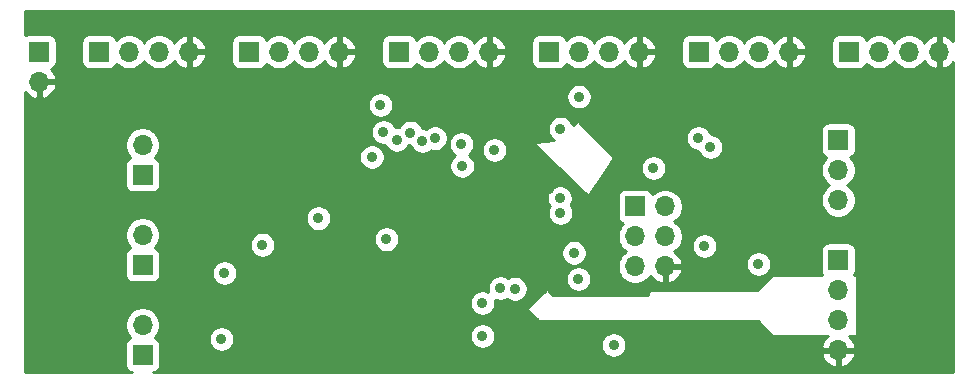
<source format=gbr>
G04 #@! TF.GenerationSoftware,KiCad,Pcbnew,5.1.5+dfsg1-2build2*
G04 #@! TF.CreationDate,2021-01-10T12:40:40-08:00*
G04 #@! TF.ProjectId,board,626f6172-642e-46b6-9963-61645f706362,rev?*
G04 #@! TF.SameCoordinates,Original*
G04 #@! TF.FileFunction,Copper,L2,Inr*
G04 #@! TF.FilePolarity,Positive*
%FSLAX46Y46*%
G04 Gerber Fmt 4.6, Leading zero omitted, Abs format (unit mm)*
G04 Created by KiCad (PCBNEW 5.1.5+dfsg1-2build2) date 2021-01-10 12:40:40*
%MOMM*%
%LPD*%
G04 APERTURE LIST*
%ADD10R,1.700000X1.700000*%
%ADD11O,1.700000X1.700000*%
%ADD12C,0.900000*%
%ADD13C,0.254000*%
G04 APERTURE END LIST*
D10*
X169557700Y-71793100D03*
D11*
X169557700Y-74333100D03*
X169557700Y-76873100D03*
X169557700Y-79413100D03*
D10*
X152366000Y-67254000D03*
D11*
X154906000Y-67254000D03*
X152366000Y-69794000D03*
X154906000Y-69794000D03*
X152366000Y-72334000D03*
X154906000Y-72334000D03*
D10*
X157780000Y-54150000D03*
D11*
X160320000Y-54150000D03*
X162860000Y-54150000D03*
X165400000Y-54150000D03*
D10*
X110662500Y-64583200D03*
D11*
X110662500Y-62043200D03*
D10*
X106980000Y-54150000D03*
D11*
X109520000Y-54150000D03*
X112060000Y-54150000D03*
X114600000Y-54150000D03*
D10*
X170480000Y-54150000D03*
D11*
X173020000Y-54150000D03*
X175560000Y-54150000D03*
X178100000Y-54150000D03*
D10*
X101900000Y-54150000D03*
D11*
X101900000Y-56690000D03*
X110662500Y-77283200D03*
D10*
X110662500Y-79823200D03*
X110662500Y-72203200D03*
D11*
X110662500Y-69663200D03*
D10*
X119680000Y-54150000D03*
D11*
X122220000Y-54150000D03*
X124760000Y-54150000D03*
X127300000Y-54150000D03*
X140000000Y-54150000D03*
X137460000Y-54150000D03*
X134920000Y-54150000D03*
D10*
X132380000Y-54150000D03*
X145080000Y-54150000D03*
D11*
X147620000Y-54150000D03*
X150160000Y-54150000D03*
X152700000Y-54150000D03*
D10*
X169557700Y-61633100D03*
D11*
X169557700Y-64173100D03*
X169557700Y-66713100D03*
D12*
X142183637Y-74224363D03*
X162814000Y-72136000D03*
X147574000Y-73406000D03*
X145989424Y-66549284D03*
X139446000Y-75438000D03*
X137669334Y-61983827D03*
X150545800Y-78994000D03*
X131318000Y-70027800D03*
X130073400Y-63068200D03*
X146050000Y-67818000D03*
X157734000Y-61468000D03*
X135439276Y-61481000D03*
X158242000Y-70612000D03*
X134366000Y-61722000D03*
X158750000Y-62230000D03*
X140462000Y-62484000D03*
X117348000Y-78486000D03*
X139446000Y-78232000D03*
X147193000Y-71177492D03*
X146050000Y-60680600D03*
X133350000Y-61005591D03*
X131064000Y-60960000D03*
X130810000Y-58674000D03*
X147624800Y-57962800D03*
X132186757Y-61615243D03*
X140970000Y-74168000D03*
X153924000Y-64008000D03*
X146050000Y-73660000D03*
X161036000Y-70612000D03*
X136677400Y-76784200D03*
X117856000Y-76708000D03*
X149606000Y-60452000D03*
X145108507Y-65785990D03*
X139193294Y-61976063D03*
X158877000Y-78943200D03*
X134391400Y-70187095D03*
X117602000Y-72898000D03*
X120817008Y-70495792D03*
X137735665Y-63838735D03*
X125552200Y-68249800D03*
D13*
G36*
X179305000Y-53285134D02*
G01*
X179295178Y-53268645D01*
X179100269Y-53052412D01*
X178866920Y-52878359D01*
X178604099Y-52753175D01*
X178456890Y-52708524D01*
X178227000Y-52829845D01*
X178227000Y-54023000D01*
X178247000Y-54023000D01*
X178247000Y-54277000D01*
X178227000Y-54277000D01*
X178227000Y-55470155D01*
X178456890Y-55591476D01*
X178604099Y-55546825D01*
X178866920Y-55421641D01*
X179100269Y-55247588D01*
X179295178Y-55031355D01*
X179305000Y-55014866D01*
X179305001Y-81305000D01*
X111576183Y-81305000D01*
X111636982Y-81299012D01*
X111756680Y-81262702D01*
X111866994Y-81203737D01*
X111963685Y-81124385D01*
X112043037Y-81027694D01*
X112102002Y-80917380D01*
X112138312Y-80797682D01*
X112150572Y-80673200D01*
X112150572Y-78973200D01*
X112138312Y-78848718D01*
X112102002Y-78729020D01*
X112043037Y-78618706D01*
X111963685Y-78522015D01*
X111866994Y-78442663D01*
X111756680Y-78383698D01*
X111741645Y-78379137D01*
X116263000Y-78379137D01*
X116263000Y-78592863D01*
X116304696Y-78802483D01*
X116386485Y-78999940D01*
X116505225Y-79177647D01*
X116656353Y-79328775D01*
X116834060Y-79447515D01*
X117031517Y-79529304D01*
X117241137Y-79571000D01*
X117454863Y-79571000D01*
X117664483Y-79529304D01*
X117861940Y-79447515D01*
X118039647Y-79328775D01*
X118190775Y-79177647D01*
X118309515Y-78999940D01*
X118391304Y-78802483D01*
X118433000Y-78592863D01*
X118433000Y-78379137D01*
X118391304Y-78169517D01*
X118372922Y-78125137D01*
X138361000Y-78125137D01*
X138361000Y-78338863D01*
X138402696Y-78548483D01*
X138484485Y-78745940D01*
X138603225Y-78923647D01*
X138754353Y-79074775D01*
X138932060Y-79193515D01*
X139129517Y-79275304D01*
X139339137Y-79317000D01*
X139552863Y-79317000D01*
X139762483Y-79275304D01*
X139959940Y-79193515D01*
X140137647Y-79074775D01*
X140288775Y-78923647D01*
X140313170Y-78887137D01*
X149460800Y-78887137D01*
X149460800Y-79100863D01*
X149502496Y-79310483D01*
X149584285Y-79507940D01*
X149703025Y-79685647D01*
X149854153Y-79836775D01*
X150031860Y-79955515D01*
X150229317Y-80037304D01*
X150438937Y-80079000D01*
X150652663Y-80079000D01*
X150862283Y-80037304D01*
X151059740Y-79955515D01*
X151237447Y-79836775D01*
X151304232Y-79769990D01*
X168116224Y-79769990D01*
X168160875Y-79917199D01*
X168286059Y-80180020D01*
X168460112Y-80413369D01*
X168676345Y-80608278D01*
X168926448Y-80757257D01*
X169200809Y-80854581D01*
X169430700Y-80733914D01*
X169430700Y-79540100D01*
X169684700Y-79540100D01*
X169684700Y-80733914D01*
X169914591Y-80854581D01*
X170188952Y-80757257D01*
X170439055Y-80608278D01*
X170655288Y-80413369D01*
X170829341Y-80180020D01*
X170954525Y-79917199D01*
X170999176Y-79769990D01*
X170877855Y-79540100D01*
X169684700Y-79540100D01*
X169430700Y-79540100D01*
X168237545Y-79540100D01*
X168116224Y-79769990D01*
X151304232Y-79769990D01*
X151388575Y-79685647D01*
X151507315Y-79507940D01*
X151589104Y-79310483D01*
X151630800Y-79100863D01*
X151630800Y-78887137D01*
X151589104Y-78677517D01*
X151507315Y-78480060D01*
X151388575Y-78302353D01*
X151237447Y-78151225D01*
X151059740Y-78032485D01*
X150862283Y-77950696D01*
X150652663Y-77909000D01*
X150438937Y-77909000D01*
X150229317Y-77950696D01*
X150031860Y-78032485D01*
X149854153Y-78151225D01*
X149703025Y-78302353D01*
X149584285Y-78480060D01*
X149502496Y-78677517D01*
X149460800Y-78887137D01*
X140313170Y-78887137D01*
X140407515Y-78745940D01*
X140489304Y-78548483D01*
X140531000Y-78338863D01*
X140531000Y-78125137D01*
X140489304Y-77915517D01*
X140407515Y-77718060D01*
X140288775Y-77540353D01*
X140137647Y-77389225D01*
X139959940Y-77270485D01*
X139762483Y-77188696D01*
X139552863Y-77147000D01*
X139339137Y-77147000D01*
X139129517Y-77188696D01*
X138932060Y-77270485D01*
X138754353Y-77389225D01*
X138603225Y-77540353D01*
X138484485Y-77718060D01*
X138402696Y-77915517D01*
X138361000Y-78125137D01*
X118372922Y-78125137D01*
X118309515Y-77972060D01*
X118190775Y-77794353D01*
X118039647Y-77643225D01*
X117861940Y-77524485D01*
X117664483Y-77442696D01*
X117454863Y-77401000D01*
X117241137Y-77401000D01*
X117031517Y-77442696D01*
X116834060Y-77524485D01*
X116656353Y-77643225D01*
X116505225Y-77794353D01*
X116386485Y-77972060D01*
X116304696Y-78169517D01*
X116263000Y-78379137D01*
X111741645Y-78379137D01*
X111684120Y-78361687D01*
X111815975Y-78229832D01*
X111978490Y-77986611D01*
X112090432Y-77716358D01*
X112147500Y-77429460D01*
X112147500Y-77136940D01*
X112090432Y-76850042D01*
X111978490Y-76579789D01*
X111815975Y-76336568D01*
X111609132Y-76129725D01*
X111365911Y-75967210D01*
X111095658Y-75855268D01*
X110808760Y-75798200D01*
X110516240Y-75798200D01*
X110229342Y-75855268D01*
X109959089Y-75967210D01*
X109715868Y-76129725D01*
X109509025Y-76336568D01*
X109346510Y-76579789D01*
X109234568Y-76850042D01*
X109177500Y-77136940D01*
X109177500Y-77429460D01*
X109234568Y-77716358D01*
X109346510Y-77986611D01*
X109509025Y-78229832D01*
X109640880Y-78361687D01*
X109568320Y-78383698D01*
X109458006Y-78442663D01*
X109361315Y-78522015D01*
X109281963Y-78618706D01*
X109222998Y-78729020D01*
X109186688Y-78848718D01*
X109174428Y-78973200D01*
X109174428Y-80673200D01*
X109186688Y-80797682D01*
X109222998Y-80917380D01*
X109281963Y-81027694D01*
X109361315Y-81124385D01*
X109458006Y-81203737D01*
X109568320Y-81262702D01*
X109688018Y-81299012D01*
X109748817Y-81305000D01*
X100695000Y-81305000D01*
X100695000Y-75331137D01*
X138361000Y-75331137D01*
X138361000Y-75544863D01*
X138402696Y-75754483D01*
X138484485Y-75951940D01*
X138603225Y-76129647D01*
X138754353Y-76280775D01*
X138932060Y-76399515D01*
X139129517Y-76481304D01*
X139339137Y-76523000D01*
X139552863Y-76523000D01*
X139762483Y-76481304D01*
X139959940Y-76399515D01*
X140137647Y-76280775D01*
X140288775Y-76129647D01*
X140407515Y-75951940D01*
X140420496Y-75920600D01*
X143179800Y-75920600D01*
X143182240Y-75945376D01*
X143189467Y-75969201D01*
X143201203Y-75991157D01*
X143216997Y-76010403D01*
X144105997Y-76899403D01*
X144125243Y-76915197D01*
X144147199Y-76926933D01*
X144171024Y-76934160D01*
X144195800Y-76936600D01*
X162735994Y-76936600D01*
X163994197Y-78194803D01*
X164013443Y-78210597D01*
X164035399Y-78222333D01*
X164059224Y-78229560D01*
X164084000Y-78232000D01*
X168660727Y-78232000D01*
X168460112Y-78412831D01*
X168286059Y-78646180D01*
X168160875Y-78909001D01*
X168116224Y-79056210D01*
X168237545Y-79286100D01*
X169430700Y-79286100D01*
X169430700Y-79266100D01*
X169684700Y-79266100D01*
X169684700Y-79286100D01*
X170877855Y-79286100D01*
X170999176Y-79056210D01*
X170954525Y-78909001D01*
X170829341Y-78646180D01*
X170655288Y-78412831D01*
X170454673Y-78232000D01*
X171043600Y-78232000D01*
X171068376Y-78229560D01*
X171092201Y-78222333D01*
X171114157Y-78210597D01*
X171133403Y-78194803D01*
X171149197Y-78175557D01*
X171160933Y-78153601D01*
X171168160Y-78129776D01*
X171170600Y-78105000D01*
X171170600Y-73152000D01*
X171168160Y-73127224D01*
X171160933Y-73103399D01*
X171149197Y-73081443D01*
X171133403Y-73062197D01*
X171114157Y-73046403D01*
X171092201Y-73034667D01*
X171068376Y-73027440D01*
X171043600Y-73025000D01*
X170915746Y-73025000D01*
X170938237Y-72997594D01*
X170997202Y-72887280D01*
X171033512Y-72767582D01*
X171045772Y-72643100D01*
X171045772Y-70943100D01*
X171033512Y-70818618D01*
X170997202Y-70698920D01*
X170938237Y-70588606D01*
X170858885Y-70491915D01*
X170762194Y-70412563D01*
X170651880Y-70353598D01*
X170532182Y-70317288D01*
X170407700Y-70305028D01*
X168707700Y-70305028D01*
X168583218Y-70317288D01*
X168463520Y-70353598D01*
X168353206Y-70412563D01*
X168256515Y-70491915D01*
X168177163Y-70588606D01*
X168118198Y-70698920D01*
X168081888Y-70818618D01*
X168069628Y-70943100D01*
X168069628Y-72643100D01*
X168081888Y-72767582D01*
X168118198Y-72887280D01*
X168177163Y-72997594D01*
X168199654Y-73025000D01*
X164058600Y-73025000D01*
X164033824Y-73027440D01*
X164009999Y-73034667D01*
X163988043Y-73046403D01*
X163968797Y-73062197D01*
X162659794Y-74371200D01*
X153593800Y-74371200D01*
X153569024Y-74373640D01*
X153545199Y-74380867D01*
X153523243Y-74392603D01*
X153503997Y-74408397D01*
X153488203Y-74427643D01*
X153476467Y-74449599D01*
X153469240Y-74473424D01*
X153466800Y-74498200D01*
X153466800Y-74726800D01*
X145416806Y-74726800D01*
X144996803Y-74306797D01*
X144980111Y-74292755D01*
X144958447Y-74280487D01*
X144934806Y-74272681D01*
X144910097Y-74269638D01*
X144885268Y-74271473D01*
X144861275Y-74278117D01*
X144839038Y-74289314D01*
X144819414Y-74304634D01*
X143219214Y-75828634D01*
X143201203Y-75850043D01*
X143189467Y-75871999D01*
X143182240Y-75895824D01*
X143179800Y-75920600D01*
X140420496Y-75920600D01*
X140489304Y-75754483D01*
X140531000Y-75544863D01*
X140531000Y-75331137D01*
X140494023Y-75145240D01*
X140653517Y-75211304D01*
X140863137Y-75253000D01*
X141076863Y-75253000D01*
X141286483Y-75211304D01*
X141483940Y-75129515D01*
X141534642Y-75095637D01*
X141669697Y-75185878D01*
X141867154Y-75267667D01*
X142076774Y-75309363D01*
X142290500Y-75309363D01*
X142500120Y-75267667D01*
X142697577Y-75185878D01*
X142875284Y-75067138D01*
X143026412Y-74916010D01*
X143145152Y-74738303D01*
X143226941Y-74540846D01*
X143268637Y-74331226D01*
X143268637Y-74117500D01*
X143226941Y-73907880D01*
X143145152Y-73710423D01*
X143026412Y-73532716D01*
X142875284Y-73381588D01*
X142751888Y-73299137D01*
X146489000Y-73299137D01*
X146489000Y-73512863D01*
X146530696Y-73722483D01*
X146612485Y-73919940D01*
X146731225Y-74097647D01*
X146882353Y-74248775D01*
X147060060Y-74367515D01*
X147257517Y-74449304D01*
X147467137Y-74491000D01*
X147680863Y-74491000D01*
X147890483Y-74449304D01*
X148087940Y-74367515D01*
X148265647Y-74248775D01*
X148416775Y-74097647D01*
X148535515Y-73919940D01*
X148617304Y-73722483D01*
X148659000Y-73512863D01*
X148659000Y-73299137D01*
X148617304Y-73089517D01*
X148535515Y-72892060D01*
X148416775Y-72714353D01*
X148265647Y-72563225D01*
X148087940Y-72444485D01*
X147890483Y-72362696D01*
X147680863Y-72321000D01*
X147467137Y-72321000D01*
X147257517Y-72362696D01*
X147060060Y-72444485D01*
X146882353Y-72563225D01*
X146731225Y-72714353D01*
X146612485Y-72892060D01*
X146530696Y-73089517D01*
X146489000Y-73299137D01*
X142751888Y-73299137D01*
X142697577Y-73262848D01*
X142500120Y-73181059D01*
X142290500Y-73139363D01*
X142076774Y-73139363D01*
X141867154Y-73181059D01*
X141669697Y-73262848D01*
X141618995Y-73296726D01*
X141483940Y-73206485D01*
X141286483Y-73124696D01*
X141076863Y-73083000D01*
X140863137Y-73083000D01*
X140653517Y-73124696D01*
X140456060Y-73206485D01*
X140278353Y-73325225D01*
X140127225Y-73476353D01*
X140008485Y-73654060D01*
X139926696Y-73851517D01*
X139885000Y-74061137D01*
X139885000Y-74274863D01*
X139921977Y-74460760D01*
X139762483Y-74394696D01*
X139552863Y-74353000D01*
X139339137Y-74353000D01*
X139129517Y-74394696D01*
X138932060Y-74476485D01*
X138754353Y-74595225D01*
X138603225Y-74746353D01*
X138484485Y-74924060D01*
X138402696Y-75121517D01*
X138361000Y-75331137D01*
X100695000Y-75331137D01*
X100695000Y-71353200D01*
X109174428Y-71353200D01*
X109174428Y-73053200D01*
X109186688Y-73177682D01*
X109222998Y-73297380D01*
X109281963Y-73407694D01*
X109361315Y-73504385D01*
X109458006Y-73583737D01*
X109568320Y-73642702D01*
X109688018Y-73679012D01*
X109812500Y-73691272D01*
X111512500Y-73691272D01*
X111636982Y-73679012D01*
X111756680Y-73642702D01*
X111866994Y-73583737D01*
X111963685Y-73504385D01*
X112043037Y-73407694D01*
X112102002Y-73297380D01*
X112138312Y-73177682D01*
X112150572Y-73053200D01*
X112150572Y-72791137D01*
X116517000Y-72791137D01*
X116517000Y-73004863D01*
X116558696Y-73214483D01*
X116640485Y-73411940D01*
X116759225Y-73589647D01*
X116910353Y-73740775D01*
X117088060Y-73859515D01*
X117285517Y-73941304D01*
X117495137Y-73983000D01*
X117708863Y-73983000D01*
X117918483Y-73941304D01*
X118115940Y-73859515D01*
X118293647Y-73740775D01*
X118444775Y-73589647D01*
X118563515Y-73411940D01*
X118645304Y-73214483D01*
X118687000Y-73004863D01*
X118687000Y-72791137D01*
X118645304Y-72581517D01*
X118563515Y-72384060D01*
X118444775Y-72206353D01*
X118293647Y-72055225D01*
X118115940Y-71936485D01*
X117918483Y-71854696D01*
X117708863Y-71813000D01*
X117495137Y-71813000D01*
X117285517Y-71854696D01*
X117088060Y-71936485D01*
X116910353Y-72055225D01*
X116759225Y-72206353D01*
X116640485Y-72384060D01*
X116558696Y-72581517D01*
X116517000Y-72791137D01*
X112150572Y-72791137D01*
X112150572Y-71353200D01*
X112138312Y-71228718D01*
X112102002Y-71109020D01*
X112043037Y-70998706D01*
X111963685Y-70902015D01*
X111866994Y-70822663D01*
X111756680Y-70763698D01*
X111684120Y-70741687D01*
X111815975Y-70609832D01*
X111963577Y-70388929D01*
X119732008Y-70388929D01*
X119732008Y-70602655D01*
X119773704Y-70812275D01*
X119855493Y-71009732D01*
X119974233Y-71187439D01*
X120125361Y-71338567D01*
X120303068Y-71457307D01*
X120500525Y-71539096D01*
X120710145Y-71580792D01*
X120923871Y-71580792D01*
X121133491Y-71539096D01*
X121330948Y-71457307D01*
X121508655Y-71338567D01*
X121659783Y-71187439D01*
X121778523Y-71009732D01*
X121860312Y-70812275D01*
X121902008Y-70602655D01*
X121902008Y-70388929D01*
X121860312Y-70179309D01*
X121778523Y-69981852D01*
X121737821Y-69920937D01*
X130233000Y-69920937D01*
X130233000Y-70134663D01*
X130274696Y-70344283D01*
X130356485Y-70541740D01*
X130475225Y-70719447D01*
X130626353Y-70870575D01*
X130804060Y-70989315D01*
X131001517Y-71071104D01*
X131211137Y-71112800D01*
X131424863Y-71112800D01*
X131634483Y-71071104D01*
X131635629Y-71070629D01*
X146108000Y-71070629D01*
X146108000Y-71284355D01*
X146149696Y-71493975D01*
X146231485Y-71691432D01*
X146350225Y-71869139D01*
X146501353Y-72020267D01*
X146679060Y-72139007D01*
X146876517Y-72220796D01*
X147086137Y-72262492D01*
X147299863Y-72262492D01*
X147509483Y-72220796D01*
X147706940Y-72139007D01*
X147884647Y-72020267D01*
X148035775Y-71869139D01*
X148154515Y-71691432D01*
X148236304Y-71493975D01*
X148278000Y-71284355D01*
X148278000Y-71070629D01*
X148236304Y-70861009D01*
X148154515Y-70663552D01*
X148035775Y-70485845D01*
X147884647Y-70334717D01*
X147706940Y-70215977D01*
X147509483Y-70134188D01*
X147299863Y-70092492D01*
X147086137Y-70092492D01*
X146876517Y-70134188D01*
X146679060Y-70215977D01*
X146501353Y-70334717D01*
X146350225Y-70485845D01*
X146231485Y-70663552D01*
X146149696Y-70861009D01*
X146108000Y-71070629D01*
X131635629Y-71070629D01*
X131831940Y-70989315D01*
X132009647Y-70870575D01*
X132160775Y-70719447D01*
X132279515Y-70541740D01*
X132361304Y-70344283D01*
X132403000Y-70134663D01*
X132403000Y-69920937D01*
X132361304Y-69711317D01*
X132279515Y-69513860D01*
X132160775Y-69336153D01*
X132009647Y-69185025D01*
X131831940Y-69066285D01*
X131634483Y-68984496D01*
X131424863Y-68942800D01*
X131211137Y-68942800D01*
X131001517Y-68984496D01*
X130804060Y-69066285D01*
X130626353Y-69185025D01*
X130475225Y-69336153D01*
X130356485Y-69513860D01*
X130274696Y-69711317D01*
X130233000Y-69920937D01*
X121737821Y-69920937D01*
X121659783Y-69804145D01*
X121508655Y-69653017D01*
X121330948Y-69534277D01*
X121133491Y-69452488D01*
X120923871Y-69410792D01*
X120710145Y-69410792D01*
X120500525Y-69452488D01*
X120303068Y-69534277D01*
X120125361Y-69653017D01*
X119974233Y-69804145D01*
X119855493Y-69981852D01*
X119773704Y-70179309D01*
X119732008Y-70388929D01*
X111963577Y-70388929D01*
X111978490Y-70366611D01*
X112090432Y-70096358D01*
X112147500Y-69809460D01*
X112147500Y-69516940D01*
X112090432Y-69230042D01*
X111978490Y-68959789D01*
X111815975Y-68716568D01*
X111609132Y-68509725D01*
X111365911Y-68347210D01*
X111095658Y-68235268D01*
X110808760Y-68178200D01*
X110516240Y-68178200D01*
X110229342Y-68235268D01*
X109959089Y-68347210D01*
X109715868Y-68509725D01*
X109509025Y-68716568D01*
X109346510Y-68959789D01*
X109234568Y-69230042D01*
X109177500Y-69516940D01*
X109177500Y-69809460D01*
X109234568Y-70096358D01*
X109346510Y-70366611D01*
X109509025Y-70609832D01*
X109640880Y-70741687D01*
X109568320Y-70763698D01*
X109458006Y-70822663D01*
X109361315Y-70902015D01*
X109281963Y-70998706D01*
X109222998Y-71109020D01*
X109186688Y-71228718D01*
X109174428Y-71353200D01*
X100695000Y-71353200D01*
X100695000Y-68142937D01*
X124467200Y-68142937D01*
X124467200Y-68356663D01*
X124508896Y-68566283D01*
X124590685Y-68763740D01*
X124709425Y-68941447D01*
X124860553Y-69092575D01*
X125038260Y-69211315D01*
X125235717Y-69293104D01*
X125445337Y-69334800D01*
X125659063Y-69334800D01*
X125868683Y-69293104D01*
X126066140Y-69211315D01*
X126243847Y-69092575D01*
X126394975Y-68941447D01*
X126513715Y-68763740D01*
X126595504Y-68566283D01*
X126637200Y-68356663D01*
X126637200Y-68142937D01*
X126595504Y-67933317D01*
X126513715Y-67735860D01*
X126394975Y-67558153D01*
X126243847Y-67407025D01*
X126066140Y-67288285D01*
X125868683Y-67206496D01*
X125659063Y-67164800D01*
X125445337Y-67164800D01*
X125235717Y-67206496D01*
X125038260Y-67288285D01*
X124860553Y-67407025D01*
X124709425Y-67558153D01*
X124590685Y-67735860D01*
X124508896Y-67933317D01*
X124467200Y-68142937D01*
X100695000Y-68142937D01*
X100695000Y-66442421D01*
X144904424Y-66442421D01*
X144904424Y-66656147D01*
X144946120Y-66865767D01*
X145027909Y-67063224D01*
X145138658Y-67228971D01*
X145088485Y-67304060D01*
X145006696Y-67501517D01*
X144965000Y-67711137D01*
X144965000Y-67924863D01*
X145006696Y-68134483D01*
X145088485Y-68331940D01*
X145207225Y-68509647D01*
X145358353Y-68660775D01*
X145536060Y-68779515D01*
X145733517Y-68861304D01*
X145943137Y-68903000D01*
X146156863Y-68903000D01*
X146366483Y-68861304D01*
X146563940Y-68779515D01*
X146741647Y-68660775D01*
X146892775Y-68509647D01*
X147011515Y-68331940D01*
X147093304Y-68134483D01*
X147135000Y-67924863D01*
X147135000Y-67711137D01*
X147093304Y-67501517D01*
X147011515Y-67304060D01*
X146900766Y-67138313D01*
X146950939Y-67063224D01*
X147032728Y-66865767D01*
X147074424Y-66656147D01*
X147074424Y-66442421D01*
X147066782Y-66404000D01*
X150877928Y-66404000D01*
X150877928Y-68104000D01*
X150890188Y-68228482D01*
X150926498Y-68348180D01*
X150985463Y-68458494D01*
X151064815Y-68555185D01*
X151161506Y-68634537D01*
X151271820Y-68693502D01*
X151344380Y-68715513D01*
X151212525Y-68847368D01*
X151050010Y-69090589D01*
X150938068Y-69360842D01*
X150881000Y-69647740D01*
X150881000Y-69940260D01*
X150938068Y-70227158D01*
X151050010Y-70497411D01*
X151212525Y-70740632D01*
X151419368Y-70947475D01*
X151593760Y-71064000D01*
X151419368Y-71180525D01*
X151212525Y-71387368D01*
X151050010Y-71630589D01*
X150938068Y-71900842D01*
X150881000Y-72187740D01*
X150881000Y-72480260D01*
X150938068Y-72767158D01*
X151050010Y-73037411D01*
X151212525Y-73280632D01*
X151419368Y-73487475D01*
X151662589Y-73649990D01*
X151932842Y-73761932D01*
X152219740Y-73819000D01*
X152512260Y-73819000D01*
X152799158Y-73761932D01*
X153069411Y-73649990D01*
X153312632Y-73487475D01*
X153519475Y-73280632D01*
X153637100Y-73104594D01*
X153808412Y-73334269D01*
X154024645Y-73529178D01*
X154274748Y-73678157D01*
X154549109Y-73775481D01*
X154779000Y-73654814D01*
X154779000Y-72461000D01*
X155033000Y-72461000D01*
X155033000Y-73654814D01*
X155262891Y-73775481D01*
X155537252Y-73678157D01*
X155787355Y-73529178D01*
X156003588Y-73334269D01*
X156177641Y-73100920D01*
X156302825Y-72838099D01*
X156347476Y-72690890D01*
X156226155Y-72461000D01*
X155033000Y-72461000D01*
X154779000Y-72461000D01*
X154759000Y-72461000D01*
X154759000Y-72207000D01*
X154779000Y-72207000D01*
X154779000Y-72187000D01*
X155033000Y-72187000D01*
X155033000Y-72207000D01*
X156226155Y-72207000D01*
X156320019Y-72029137D01*
X161729000Y-72029137D01*
X161729000Y-72242863D01*
X161770696Y-72452483D01*
X161852485Y-72649940D01*
X161971225Y-72827647D01*
X162122353Y-72978775D01*
X162300060Y-73097515D01*
X162497517Y-73179304D01*
X162707137Y-73221000D01*
X162920863Y-73221000D01*
X163130483Y-73179304D01*
X163327940Y-73097515D01*
X163505647Y-72978775D01*
X163656775Y-72827647D01*
X163775515Y-72649940D01*
X163857304Y-72452483D01*
X163899000Y-72242863D01*
X163899000Y-72029137D01*
X163857304Y-71819517D01*
X163775515Y-71622060D01*
X163656775Y-71444353D01*
X163505647Y-71293225D01*
X163327940Y-71174485D01*
X163130483Y-71092696D01*
X162920863Y-71051000D01*
X162707137Y-71051000D01*
X162497517Y-71092696D01*
X162300060Y-71174485D01*
X162122353Y-71293225D01*
X161971225Y-71444353D01*
X161852485Y-71622060D01*
X161770696Y-71819517D01*
X161729000Y-72029137D01*
X156320019Y-72029137D01*
X156347476Y-71977110D01*
X156302825Y-71829901D01*
X156177641Y-71567080D01*
X156003588Y-71333731D01*
X155787355Y-71138822D01*
X155670466Y-71069195D01*
X155852632Y-70947475D01*
X156059475Y-70740632D01*
X156216827Y-70505137D01*
X157157000Y-70505137D01*
X157157000Y-70718863D01*
X157198696Y-70928483D01*
X157280485Y-71125940D01*
X157399225Y-71303647D01*
X157550353Y-71454775D01*
X157728060Y-71573515D01*
X157925517Y-71655304D01*
X158135137Y-71697000D01*
X158348863Y-71697000D01*
X158558483Y-71655304D01*
X158755940Y-71573515D01*
X158933647Y-71454775D01*
X159084775Y-71303647D01*
X159203515Y-71125940D01*
X159285304Y-70928483D01*
X159327000Y-70718863D01*
X159327000Y-70505137D01*
X159285304Y-70295517D01*
X159203515Y-70098060D01*
X159084775Y-69920353D01*
X158933647Y-69769225D01*
X158755940Y-69650485D01*
X158558483Y-69568696D01*
X158348863Y-69527000D01*
X158135137Y-69527000D01*
X157925517Y-69568696D01*
X157728060Y-69650485D01*
X157550353Y-69769225D01*
X157399225Y-69920353D01*
X157280485Y-70098060D01*
X157198696Y-70295517D01*
X157157000Y-70505137D01*
X156216827Y-70505137D01*
X156221990Y-70497411D01*
X156333932Y-70227158D01*
X156391000Y-69940260D01*
X156391000Y-69647740D01*
X156333932Y-69360842D01*
X156221990Y-69090589D01*
X156059475Y-68847368D01*
X155852632Y-68640525D01*
X155678240Y-68524000D01*
X155852632Y-68407475D01*
X156059475Y-68200632D01*
X156221990Y-67957411D01*
X156333932Y-67687158D01*
X156391000Y-67400260D01*
X156391000Y-67107740D01*
X156333932Y-66820842D01*
X156221990Y-66550589D01*
X156059475Y-66307368D01*
X155852632Y-66100525D01*
X155609411Y-65938010D01*
X155339158Y-65826068D01*
X155052260Y-65769000D01*
X154759740Y-65769000D01*
X154472842Y-65826068D01*
X154202589Y-65938010D01*
X153959368Y-66100525D01*
X153827513Y-66232380D01*
X153805502Y-66159820D01*
X153746537Y-66049506D01*
X153667185Y-65952815D01*
X153570494Y-65873463D01*
X153460180Y-65814498D01*
X153340482Y-65778188D01*
X153216000Y-65765928D01*
X151516000Y-65765928D01*
X151391518Y-65778188D01*
X151271820Y-65814498D01*
X151161506Y-65873463D01*
X151064815Y-65952815D01*
X150985463Y-66049506D01*
X150926498Y-66159820D01*
X150890188Y-66279518D01*
X150877928Y-66404000D01*
X147066782Y-66404000D01*
X147032728Y-66232801D01*
X146950939Y-66035344D01*
X146832199Y-65857637D01*
X146681071Y-65706509D01*
X146503364Y-65587769D01*
X146305907Y-65505980D01*
X146096287Y-65464284D01*
X145882561Y-65464284D01*
X145672941Y-65505980D01*
X145475484Y-65587769D01*
X145297777Y-65706509D01*
X145146649Y-65857637D01*
X145027909Y-66035344D01*
X144946120Y-66232801D01*
X144904424Y-66442421D01*
X100695000Y-66442421D01*
X100695000Y-63733200D01*
X109174428Y-63733200D01*
X109174428Y-65433200D01*
X109186688Y-65557682D01*
X109222998Y-65677380D01*
X109281963Y-65787694D01*
X109361315Y-65884385D01*
X109458006Y-65963737D01*
X109568320Y-66022702D01*
X109688018Y-66059012D01*
X109812500Y-66071272D01*
X111512500Y-66071272D01*
X111636982Y-66059012D01*
X111756680Y-66022702D01*
X111866994Y-65963737D01*
X111963685Y-65884385D01*
X112043037Y-65787694D01*
X112102002Y-65677380D01*
X112138312Y-65557682D01*
X112150572Y-65433200D01*
X112150572Y-63733200D01*
X112138312Y-63608718D01*
X112102002Y-63489020D01*
X112043037Y-63378706D01*
X111963685Y-63282015D01*
X111866994Y-63202663D01*
X111756680Y-63143698D01*
X111684120Y-63121687D01*
X111815975Y-62989832D01*
X111835014Y-62961337D01*
X128988400Y-62961337D01*
X128988400Y-63175063D01*
X129030096Y-63384683D01*
X129111885Y-63582140D01*
X129230625Y-63759847D01*
X129381753Y-63910975D01*
X129559460Y-64029715D01*
X129756917Y-64111504D01*
X129966537Y-64153200D01*
X130180263Y-64153200D01*
X130389883Y-64111504D01*
X130587340Y-64029715D01*
X130765047Y-63910975D01*
X130916175Y-63759847D01*
X131034915Y-63582140D01*
X131116704Y-63384683D01*
X131158400Y-63175063D01*
X131158400Y-62961337D01*
X131116704Y-62751717D01*
X131034915Y-62554260D01*
X130916175Y-62376553D01*
X130765047Y-62225425D01*
X130587340Y-62106685D01*
X130389883Y-62024896D01*
X130180263Y-61983200D01*
X129966537Y-61983200D01*
X129756917Y-62024896D01*
X129559460Y-62106685D01*
X129381753Y-62225425D01*
X129230625Y-62376553D01*
X129111885Y-62554260D01*
X129030096Y-62751717D01*
X128988400Y-62961337D01*
X111835014Y-62961337D01*
X111978490Y-62746611D01*
X112090432Y-62476358D01*
X112147500Y-62189460D01*
X112147500Y-61896940D01*
X112090432Y-61610042D01*
X111978490Y-61339789D01*
X111815975Y-61096568D01*
X111609132Y-60889725D01*
X111554375Y-60853137D01*
X129979000Y-60853137D01*
X129979000Y-61066863D01*
X130020696Y-61276483D01*
X130102485Y-61473940D01*
X130221225Y-61651647D01*
X130372353Y-61802775D01*
X130550060Y-61921515D01*
X130747517Y-62003304D01*
X130957137Y-62045000D01*
X131170863Y-62045000D01*
X131188887Y-62041415D01*
X131225242Y-62129183D01*
X131343982Y-62306890D01*
X131495110Y-62458018D01*
X131672817Y-62576758D01*
X131870274Y-62658547D01*
X132079894Y-62700243D01*
X132293620Y-62700243D01*
X132503240Y-62658547D01*
X132700697Y-62576758D01*
X132878404Y-62458018D01*
X133029532Y-62306890D01*
X133148272Y-62129183D01*
X133170262Y-62076095D01*
X133243137Y-62090591D01*
X133344280Y-62090591D01*
X133404485Y-62235940D01*
X133523225Y-62413647D01*
X133674353Y-62564775D01*
X133852060Y-62683515D01*
X134049517Y-62765304D01*
X134259137Y-62807000D01*
X134472863Y-62807000D01*
X134682483Y-62765304D01*
X134879940Y-62683515D01*
X135057647Y-62564775D01*
X135105345Y-62517077D01*
X135122793Y-62524304D01*
X135332413Y-62566000D01*
X135546139Y-62566000D01*
X135755759Y-62524304D01*
X135953216Y-62442515D01*
X136130923Y-62323775D01*
X136282051Y-62172647D01*
X136400791Y-61994940D01*
X136449658Y-61876964D01*
X136584334Y-61876964D01*
X136584334Y-62090690D01*
X136626030Y-62300310D01*
X136707819Y-62497767D01*
X136826559Y-62675474D01*
X136977687Y-62826602D01*
X137137584Y-62933441D01*
X137044018Y-62995960D01*
X136892890Y-63147088D01*
X136774150Y-63324795D01*
X136692361Y-63522252D01*
X136650665Y-63731872D01*
X136650665Y-63945598D01*
X136692361Y-64155218D01*
X136774150Y-64352675D01*
X136892890Y-64530382D01*
X137044018Y-64681510D01*
X137221725Y-64800250D01*
X137419182Y-64882039D01*
X137628802Y-64923735D01*
X137842528Y-64923735D01*
X138052148Y-64882039D01*
X138249605Y-64800250D01*
X138427312Y-64681510D01*
X138578440Y-64530382D01*
X138697180Y-64352675D01*
X138778969Y-64155218D01*
X138820665Y-63945598D01*
X138820665Y-63731872D01*
X138778969Y-63522252D01*
X138697180Y-63324795D01*
X138578440Y-63147088D01*
X138427312Y-62995960D01*
X138267415Y-62889121D01*
X138360981Y-62826602D01*
X138512109Y-62675474D01*
X138630849Y-62497767D01*
X138680815Y-62377137D01*
X139377000Y-62377137D01*
X139377000Y-62590863D01*
X139418696Y-62800483D01*
X139500485Y-62997940D01*
X139619225Y-63175647D01*
X139770353Y-63326775D01*
X139948060Y-63445515D01*
X140145517Y-63527304D01*
X140355137Y-63569000D01*
X140568863Y-63569000D01*
X140778483Y-63527304D01*
X140975940Y-63445515D01*
X141153647Y-63326775D01*
X141304775Y-63175647D01*
X141423515Y-62997940D01*
X141505304Y-62800483D01*
X141547000Y-62590863D01*
X141547000Y-62377137D01*
X141505304Y-62167517D01*
X141423515Y-61970060D01*
X141394778Y-61927051D01*
X143840213Y-61927051D01*
X143843015Y-61951789D01*
X143850588Y-61975506D01*
X143862643Y-61997289D01*
X143878716Y-62016302D01*
X148298316Y-66308902D01*
X148317736Y-66324380D01*
X148339856Y-66335805D01*
X148363780Y-66342696D01*
X148388588Y-66344787D01*
X148413328Y-66341999D01*
X148437048Y-66334437D01*
X148458837Y-66322393D01*
X148477858Y-66306329D01*
X148493380Y-66286864D01*
X150039331Y-63901137D01*
X152839000Y-63901137D01*
X152839000Y-64114863D01*
X152880696Y-64324483D01*
X152962485Y-64521940D01*
X153081225Y-64699647D01*
X153232353Y-64850775D01*
X153410060Y-64969515D01*
X153607517Y-65051304D01*
X153817137Y-65093000D01*
X154030863Y-65093000D01*
X154240483Y-65051304D01*
X154437940Y-64969515D01*
X154615647Y-64850775D01*
X154766775Y-64699647D01*
X154885515Y-64521940D01*
X154967304Y-64324483D01*
X155009000Y-64114863D01*
X155009000Y-63901137D01*
X154967304Y-63691517D01*
X154885515Y-63494060D01*
X154766775Y-63316353D01*
X154615647Y-63165225D01*
X154437940Y-63046485D01*
X154240483Y-62964696D01*
X154030863Y-62923000D01*
X153817137Y-62923000D01*
X153607517Y-62964696D01*
X153410060Y-63046485D01*
X153232353Y-63165225D01*
X153081225Y-63316353D01*
X152962485Y-63494060D01*
X152880696Y-63691517D01*
X152839000Y-63901137D01*
X150039331Y-63901137D01*
X150550780Y-63111864D01*
X150562159Y-63089860D01*
X150569074Y-63065943D01*
X150571189Y-63041136D01*
X150568424Y-63016394D01*
X150560886Y-62992666D01*
X150548863Y-62970865D01*
X150532818Y-62951829D01*
X148899896Y-61361137D01*
X156649000Y-61361137D01*
X156649000Y-61574863D01*
X156690696Y-61784483D01*
X156772485Y-61981940D01*
X156891225Y-62159647D01*
X157042353Y-62310775D01*
X157220060Y-62429515D01*
X157417517Y-62511304D01*
X157627137Y-62553000D01*
X157709395Y-62553000D01*
X157788485Y-62743940D01*
X157907225Y-62921647D01*
X158058353Y-63072775D01*
X158236060Y-63191515D01*
X158433517Y-63273304D01*
X158643137Y-63315000D01*
X158856863Y-63315000D01*
X159066483Y-63273304D01*
X159263940Y-63191515D01*
X159441647Y-63072775D01*
X159592775Y-62921647D01*
X159711515Y-62743940D01*
X159793304Y-62546483D01*
X159835000Y-62336863D01*
X159835000Y-62123137D01*
X159793304Y-61913517D01*
X159711515Y-61716060D01*
X159592775Y-61538353D01*
X159441647Y-61387225D01*
X159263940Y-61268485D01*
X159066483Y-61186696D01*
X158856863Y-61145000D01*
X158774605Y-61145000D01*
X158695515Y-60954060D01*
X158581284Y-60783100D01*
X168069628Y-60783100D01*
X168069628Y-62483100D01*
X168081888Y-62607582D01*
X168118198Y-62727280D01*
X168177163Y-62837594D01*
X168256515Y-62934285D01*
X168353206Y-63013637D01*
X168463520Y-63072602D01*
X168536080Y-63094613D01*
X168404225Y-63226468D01*
X168241710Y-63469689D01*
X168129768Y-63739942D01*
X168072700Y-64026840D01*
X168072700Y-64319360D01*
X168129768Y-64606258D01*
X168241710Y-64876511D01*
X168404225Y-65119732D01*
X168611068Y-65326575D01*
X168785460Y-65443100D01*
X168611068Y-65559625D01*
X168404225Y-65766468D01*
X168241710Y-66009689D01*
X168129768Y-66279942D01*
X168072700Y-66566840D01*
X168072700Y-66859360D01*
X168129768Y-67146258D01*
X168241710Y-67416511D01*
X168404225Y-67659732D01*
X168611068Y-67866575D01*
X168854289Y-68029090D01*
X169124542Y-68141032D01*
X169411440Y-68198100D01*
X169703960Y-68198100D01*
X169990858Y-68141032D01*
X170261111Y-68029090D01*
X170504332Y-67866575D01*
X170711175Y-67659732D01*
X170873690Y-67416511D01*
X170985632Y-67146258D01*
X171042700Y-66859360D01*
X171042700Y-66566840D01*
X170985632Y-66279942D01*
X170873690Y-66009689D01*
X170711175Y-65766468D01*
X170504332Y-65559625D01*
X170329940Y-65443100D01*
X170504332Y-65326575D01*
X170711175Y-65119732D01*
X170873690Y-64876511D01*
X170985632Y-64606258D01*
X171042700Y-64319360D01*
X171042700Y-64026840D01*
X170985632Y-63739942D01*
X170873690Y-63469689D01*
X170711175Y-63226468D01*
X170579320Y-63094613D01*
X170651880Y-63072602D01*
X170762194Y-63013637D01*
X170858885Y-62934285D01*
X170938237Y-62837594D01*
X170997202Y-62727280D01*
X171033512Y-62607582D01*
X171045772Y-62483100D01*
X171045772Y-60783100D01*
X171033512Y-60658618D01*
X170997202Y-60538920D01*
X170938237Y-60428606D01*
X170858885Y-60331915D01*
X170762194Y-60252563D01*
X170651880Y-60193598D01*
X170532182Y-60157288D01*
X170407700Y-60145028D01*
X168707700Y-60145028D01*
X168583218Y-60157288D01*
X168463520Y-60193598D01*
X168353206Y-60252563D01*
X168256515Y-60331915D01*
X168177163Y-60428606D01*
X168118198Y-60538920D01*
X168081888Y-60658618D01*
X168069628Y-60783100D01*
X158581284Y-60783100D01*
X158576775Y-60776353D01*
X158425647Y-60625225D01*
X158247940Y-60506485D01*
X158050483Y-60424696D01*
X157840863Y-60383000D01*
X157627137Y-60383000D01*
X157417517Y-60424696D01*
X157220060Y-60506485D01*
X157042353Y-60625225D01*
X156891225Y-60776353D01*
X156772485Y-60954060D01*
X156690696Y-61151517D01*
X156649000Y-61361137D01*
X148899896Y-61361137D01*
X147651314Y-60144847D01*
X147636793Y-60115805D01*
X147628797Y-60102043D01*
X147613003Y-60082797D01*
X147587603Y-60057397D01*
X147575666Y-60046871D01*
X147554596Y-60033608D01*
X147531344Y-60024710D01*
X147506803Y-60020520D01*
X147481916Y-60021197D01*
X147457639Y-60026717D01*
X147434906Y-60036867D01*
X147414589Y-60051257D01*
X147397471Y-60069334D01*
X147384208Y-60090404D01*
X147370448Y-60117925D01*
X147089812Y-60355686D01*
X147011515Y-60166660D01*
X146892775Y-59988953D01*
X146741647Y-59837825D01*
X146563940Y-59719085D01*
X146366483Y-59637296D01*
X146156863Y-59595600D01*
X145943137Y-59595600D01*
X145733517Y-59637296D01*
X145536060Y-59719085D01*
X145358353Y-59837825D01*
X145207225Y-59988953D01*
X145088485Y-60166660D01*
X145006696Y-60364117D01*
X144965000Y-60573737D01*
X144965000Y-60787463D01*
X145006696Y-60997083D01*
X145088485Y-61194540D01*
X145207225Y-61372247D01*
X145358353Y-61523375D01*
X145521824Y-61632603D01*
X143953805Y-61798908D01*
X143940611Y-61801015D01*
X143916894Y-61808588D01*
X143895111Y-61820643D01*
X143876098Y-61836716D01*
X143860586Y-61856189D01*
X143849171Y-61878315D01*
X143842292Y-61902242D01*
X143840213Y-61927051D01*
X141394778Y-61927051D01*
X141304775Y-61792353D01*
X141153647Y-61641225D01*
X140975940Y-61522485D01*
X140778483Y-61440696D01*
X140568863Y-61399000D01*
X140355137Y-61399000D01*
X140145517Y-61440696D01*
X139948060Y-61522485D01*
X139770353Y-61641225D01*
X139619225Y-61792353D01*
X139500485Y-61970060D01*
X139418696Y-62167517D01*
X139377000Y-62377137D01*
X138680815Y-62377137D01*
X138712638Y-62300310D01*
X138754334Y-62090690D01*
X138754334Y-61876964D01*
X138712638Y-61667344D01*
X138630849Y-61469887D01*
X138512109Y-61292180D01*
X138360981Y-61141052D01*
X138183274Y-61022312D01*
X137985817Y-60940523D01*
X137776197Y-60898827D01*
X137562471Y-60898827D01*
X137352851Y-60940523D01*
X137155394Y-61022312D01*
X136977687Y-61141052D01*
X136826559Y-61292180D01*
X136707819Y-61469887D01*
X136626030Y-61667344D01*
X136584334Y-61876964D01*
X136449658Y-61876964D01*
X136482580Y-61797483D01*
X136524276Y-61587863D01*
X136524276Y-61374137D01*
X136482580Y-61164517D01*
X136400791Y-60967060D01*
X136282051Y-60789353D01*
X136130923Y-60638225D01*
X135953216Y-60519485D01*
X135755759Y-60437696D01*
X135546139Y-60396000D01*
X135332413Y-60396000D01*
X135122793Y-60437696D01*
X134925336Y-60519485D01*
X134747629Y-60638225D01*
X134699931Y-60685923D01*
X134682483Y-60678696D01*
X134472863Y-60637000D01*
X134371720Y-60637000D01*
X134311515Y-60491651D01*
X134192775Y-60313944D01*
X134041647Y-60162816D01*
X133863940Y-60044076D01*
X133666483Y-59962287D01*
X133456863Y-59920591D01*
X133243137Y-59920591D01*
X133033517Y-59962287D01*
X132836060Y-60044076D01*
X132658353Y-60162816D01*
X132507225Y-60313944D01*
X132388485Y-60491651D01*
X132366495Y-60544739D01*
X132293620Y-60530243D01*
X132079894Y-60530243D01*
X132061870Y-60533828D01*
X132025515Y-60446060D01*
X131906775Y-60268353D01*
X131755647Y-60117225D01*
X131577940Y-59998485D01*
X131380483Y-59916696D01*
X131170863Y-59875000D01*
X130957137Y-59875000D01*
X130747517Y-59916696D01*
X130550060Y-59998485D01*
X130372353Y-60117225D01*
X130221225Y-60268353D01*
X130102485Y-60446060D01*
X130020696Y-60643517D01*
X129979000Y-60853137D01*
X111554375Y-60853137D01*
X111365911Y-60727210D01*
X111095658Y-60615268D01*
X110808760Y-60558200D01*
X110516240Y-60558200D01*
X110229342Y-60615268D01*
X109959089Y-60727210D01*
X109715868Y-60889725D01*
X109509025Y-61096568D01*
X109346510Y-61339789D01*
X109234568Y-61610042D01*
X109177500Y-61896940D01*
X109177500Y-62189460D01*
X109234568Y-62476358D01*
X109346510Y-62746611D01*
X109509025Y-62989832D01*
X109640880Y-63121687D01*
X109568320Y-63143698D01*
X109458006Y-63202663D01*
X109361315Y-63282015D01*
X109281963Y-63378706D01*
X109222998Y-63489020D01*
X109186688Y-63608718D01*
X109174428Y-63733200D01*
X100695000Y-63733200D01*
X100695000Y-58567137D01*
X129725000Y-58567137D01*
X129725000Y-58780863D01*
X129766696Y-58990483D01*
X129848485Y-59187940D01*
X129967225Y-59365647D01*
X130118353Y-59516775D01*
X130296060Y-59635515D01*
X130493517Y-59717304D01*
X130703137Y-59759000D01*
X130916863Y-59759000D01*
X131126483Y-59717304D01*
X131323940Y-59635515D01*
X131501647Y-59516775D01*
X131652775Y-59365647D01*
X131771515Y-59187940D01*
X131853304Y-58990483D01*
X131895000Y-58780863D01*
X131895000Y-58567137D01*
X131853304Y-58357517D01*
X131771515Y-58160060D01*
X131652775Y-57982353D01*
X131526359Y-57855937D01*
X146539800Y-57855937D01*
X146539800Y-58069663D01*
X146581496Y-58279283D01*
X146663285Y-58476740D01*
X146782025Y-58654447D01*
X146933153Y-58805575D01*
X147110860Y-58924315D01*
X147308317Y-59006104D01*
X147517937Y-59047800D01*
X147731663Y-59047800D01*
X147941283Y-59006104D01*
X148138740Y-58924315D01*
X148316447Y-58805575D01*
X148467575Y-58654447D01*
X148586315Y-58476740D01*
X148668104Y-58279283D01*
X148709800Y-58069663D01*
X148709800Y-57855937D01*
X148668104Y-57646317D01*
X148586315Y-57448860D01*
X148467575Y-57271153D01*
X148316447Y-57120025D01*
X148138740Y-57001285D01*
X147941283Y-56919496D01*
X147731663Y-56877800D01*
X147517937Y-56877800D01*
X147308317Y-56919496D01*
X147110860Y-57001285D01*
X146933153Y-57120025D01*
X146782025Y-57271153D01*
X146663285Y-57448860D01*
X146581496Y-57646317D01*
X146539800Y-57855937D01*
X131526359Y-57855937D01*
X131501647Y-57831225D01*
X131323940Y-57712485D01*
X131126483Y-57630696D01*
X130916863Y-57589000D01*
X130703137Y-57589000D01*
X130493517Y-57630696D01*
X130296060Y-57712485D01*
X130118353Y-57831225D01*
X129967225Y-57982353D01*
X129848485Y-58160060D01*
X129766696Y-58357517D01*
X129725000Y-58567137D01*
X100695000Y-58567137D01*
X100695000Y-57546264D01*
X100802412Y-57690269D01*
X101018645Y-57885178D01*
X101268748Y-58034157D01*
X101543109Y-58131481D01*
X101773000Y-58010814D01*
X101773000Y-56817000D01*
X102027000Y-56817000D01*
X102027000Y-58010814D01*
X102256891Y-58131481D01*
X102531252Y-58034157D01*
X102781355Y-57885178D01*
X102997588Y-57690269D01*
X103171641Y-57456920D01*
X103296825Y-57194099D01*
X103341476Y-57046890D01*
X103220155Y-56817000D01*
X102027000Y-56817000D01*
X101773000Y-56817000D01*
X101753000Y-56817000D01*
X101753000Y-56563000D01*
X101773000Y-56563000D01*
X101773000Y-56543000D01*
X102027000Y-56543000D01*
X102027000Y-56563000D01*
X103220155Y-56563000D01*
X103341476Y-56333110D01*
X103296825Y-56185901D01*
X103171641Y-55923080D01*
X102997588Y-55689731D01*
X102913534Y-55613966D01*
X102994180Y-55589502D01*
X103104494Y-55530537D01*
X103201185Y-55451185D01*
X103280537Y-55354494D01*
X103339502Y-55244180D01*
X103375812Y-55124482D01*
X103388072Y-55000000D01*
X103388072Y-53300000D01*
X105491928Y-53300000D01*
X105491928Y-55000000D01*
X105504188Y-55124482D01*
X105540498Y-55244180D01*
X105599463Y-55354494D01*
X105678815Y-55451185D01*
X105775506Y-55530537D01*
X105885820Y-55589502D01*
X106005518Y-55625812D01*
X106130000Y-55638072D01*
X107830000Y-55638072D01*
X107954482Y-55625812D01*
X108074180Y-55589502D01*
X108184494Y-55530537D01*
X108281185Y-55451185D01*
X108360537Y-55354494D01*
X108419502Y-55244180D01*
X108441513Y-55171620D01*
X108573368Y-55303475D01*
X108816589Y-55465990D01*
X109086842Y-55577932D01*
X109373740Y-55635000D01*
X109666260Y-55635000D01*
X109953158Y-55577932D01*
X110223411Y-55465990D01*
X110466632Y-55303475D01*
X110673475Y-55096632D01*
X110790000Y-54922240D01*
X110906525Y-55096632D01*
X111113368Y-55303475D01*
X111356589Y-55465990D01*
X111626842Y-55577932D01*
X111913740Y-55635000D01*
X112206260Y-55635000D01*
X112493158Y-55577932D01*
X112763411Y-55465990D01*
X113006632Y-55303475D01*
X113213475Y-55096632D01*
X113335195Y-54914466D01*
X113404822Y-55031355D01*
X113599731Y-55247588D01*
X113833080Y-55421641D01*
X114095901Y-55546825D01*
X114243110Y-55591476D01*
X114473000Y-55470155D01*
X114473000Y-54277000D01*
X114727000Y-54277000D01*
X114727000Y-55470155D01*
X114956890Y-55591476D01*
X115104099Y-55546825D01*
X115366920Y-55421641D01*
X115600269Y-55247588D01*
X115795178Y-55031355D01*
X115944157Y-54781252D01*
X116041481Y-54506891D01*
X115920814Y-54277000D01*
X114727000Y-54277000D01*
X114473000Y-54277000D01*
X114453000Y-54277000D01*
X114453000Y-54023000D01*
X114473000Y-54023000D01*
X114473000Y-52829845D01*
X114727000Y-52829845D01*
X114727000Y-54023000D01*
X115920814Y-54023000D01*
X116041481Y-53793109D01*
X115944157Y-53518748D01*
X115813856Y-53300000D01*
X118191928Y-53300000D01*
X118191928Y-55000000D01*
X118204188Y-55124482D01*
X118240498Y-55244180D01*
X118299463Y-55354494D01*
X118378815Y-55451185D01*
X118475506Y-55530537D01*
X118585820Y-55589502D01*
X118705518Y-55625812D01*
X118830000Y-55638072D01*
X120530000Y-55638072D01*
X120654482Y-55625812D01*
X120774180Y-55589502D01*
X120884494Y-55530537D01*
X120981185Y-55451185D01*
X121060537Y-55354494D01*
X121119502Y-55244180D01*
X121141513Y-55171620D01*
X121273368Y-55303475D01*
X121516589Y-55465990D01*
X121786842Y-55577932D01*
X122073740Y-55635000D01*
X122366260Y-55635000D01*
X122653158Y-55577932D01*
X122923411Y-55465990D01*
X123166632Y-55303475D01*
X123373475Y-55096632D01*
X123490000Y-54922240D01*
X123606525Y-55096632D01*
X123813368Y-55303475D01*
X124056589Y-55465990D01*
X124326842Y-55577932D01*
X124613740Y-55635000D01*
X124906260Y-55635000D01*
X125193158Y-55577932D01*
X125463411Y-55465990D01*
X125706632Y-55303475D01*
X125913475Y-55096632D01*
X126035195Y-54914466D01*
X126104822Y-55031355D01*
X126299731Y-55247588D01*
X126533080Y-55421641D01*
X126795901Y-55546825D01*
X126943110Y-55591476D01*
X127173000Y-55470155D01*
X127173000Y-54277000D01*
X127427000Y-54277000D01*
X127427000Y-55470155D01*
X127656890Y-55591476D01*
X127804099Y-55546825D01*
X128066920Y-55421641D01*
X128300269Y-55247588D01*
X128495178Y-55031355D01*
X128644157Y-54781252D01*
X128741481Y-54506891D01*
X128620814Y-54277000D01*
X127427000Y-54277000D01*
X127173000Y-54277000D01*
X127153000Y-54277000D01*
X127153000Y-54023000D01*
X127173000Y-54023000D01*
X127173000Y-52829845D01*
X127427000Y-52829845D01*
X127427000Y-54023000D01*
X128620814Y-54023000D01*
X128741481Y-53793109D01*
X128644157Y-53518748D01*
X128513856Y-53300000D01*
X130891928Y-53300000D01*
X130891928Y-55000000D01*
X130904188Y-55124482D01*
X130940498Y-55244180D01*
X130999463Y-55354494D01*
X131078815Y-55451185D01*
X131175506Y-55530537D01*
X131285820Y-55589502D01*
X131405518Y-55625812D01*
X131530000Y-55638072D01*
X133230000Y-55638072D01*
X133354482Y-55625812D01*
X133474180Y-55589502D01*
X133584494Y-55530537D01*
X133681185Y-55451185D01*
X133760537Y-55354494D01*
X133819502Y-55244180D01*
X133841513Y-55171620D01*
X133973368Y-55303475D01*
X134216589Y-55465990D01*
X134486842Y-55577932D01*
X134773740Y-55635000D01*
X135066260Y-55635000D01*
X135353158Y-55577932D01*
X135623411Y-55465990D01*
X135866632Y-55303475D01*
X136073475Y-55096632D01*
X136190000Y-54922240D01*
X136306525Y-55096632D01*
X136513368Y-55303475D01*
X136756589Y-55465990D01*
X137026842Y-55577932D01*
X137313740Y-55635000D01*
X137606260Y-55635000D01*
X137893158Y-55577932D01*
X138163411Y-55465990D01*
X138406632Y-55303475D01*
X138613475Y-55096632D01*
X138735195Y-54914466D01*
X138804822Y-55031355D01*
X138999731Y-55247588D01*
X139233080Y-55421641D01*
X139495901Y-55546825D01*
X139643110Y-55591476D01*
X139873000Y-55470155D01*
X139873000Y-54277000D01*
X140127000Y-54277000D01*
X140127000Y-55470155D01*
X140356890Y-55591476D01*
X140504099Y-55546825D01*
X140766920Y-55421641D01*
X141000269Y-55247588D01*
X141195178Y-55031355D01*
X141344157Y-54781252D01*
X141441481Y-54506891D01*
X141320814Y-54277000D01*
X140127000Y-54277000D01*
X139873000Y-54277000D01*
X139853000Y-54277000D01*
X139853000Y-54023000D01*
X139873000Y-54023000D01*
X139873000Y-52829845D01*
X140127000Y-52829845D01*
X140127000Y-54023000D01*
X141320814Y-54023000D01*
X141441481Y-53793109D01*
X141344157Y-53518748D01*
X141213856Y-53300000D01*
X143591928Y-53300000D01*
X143591928Y-55000000D01*
X143604188Y-55124482D01*
X143640498Y-55244180D01*
X143699463Y-55354494D01*
X143778815Y-55451185D01*
X143875506Y-55530537D01*
X143985820Y-55589502D01*
X144105518Y-55625812D01*
X144230000Y-55638072D01*
X145930000Y-55638072D01*
X146054482Y-55625812D01*
X146174180Y-55589502D01*
X146284494Y-55530537D01*
X146381185Y-55451185D01*
X146460537Y-55354494D01*
X146519502Y-55244180D01*
X146541513Y-55171620D01*
X146673368Y-55303475D01*
X146916589Y-55465990D01*
X147186842Y-55577932D01*
X147473740Y-55635000D01*
X147766260Y-55635000D01*
X148053158Y-55577932D01*
X148323411Y-55465990D01*
X148566632Y-55303475D01*
X148773475Y-55096632D01*
X148890000Y-54922240D01*
X149006525Y-55096632D01*
X149213368Y-55303475D01*
X149456589Y-55465990D01*
X149726842Y-55577932D01*
X150013740Y-55635000D01*
X150306260Y-55635000D01*
X150593158Y-55577932D01*
X150863411Y-55465990D01*
X151106632Y-55303475D01*
X151313475Y-55096632D01*
X151435195Y-54914466D01*
X151504822Y-55031355D01*
X151699731Y-55247588D01*
X151933080Y-55421641D01*
X152195901Y-55546825D01*
X152343110Y-55591476D01*
X152573000Y-55470155D01*
X152573000Y-54277000D01*
X152827000Y-54277000D01*
X152827000Y-55470155D01*
X153056890Y-55591476D01*
X153204099Y-55546825D01*
X153466920Y-55421641D01*
X153700269Y-55247588D01*
X153895178Y-55031355D01*
X154044157Y-54781252D01*
X154141481Y-54506891D01*
X154020814Y-54277000D01*
X152827000Y-54277000D01*
X152573000Y-54277000D01*
X152553000Y-54277000D01*
X152553000Y-54023000D01*
X152573000Y-54023000D01*
X152573000Y-52829845D01*
X152827000Y-52829845D01*
X152827000Y-54023000D01*
X154020814Y-54023000D01*
X154141481Y-53793109D01*
X154044157Y-53518748D01*
X153913856Y-53300000D01*
X156291928Y-53300000D01*
X156291928Y-55000000D01*
X156304188Y-55124482D01*
X156340498Y-55244180D01*
X156399463Y-55354494D01*
X156478815Y-55451185D01*
X156575506Y-55530537D01*
X156685820Y-55589502D01*
X156805518Y-55625812D01*
X156930000Y-55638072D01*
X158630000Y-55638072D01*
X158754482Y-55625812D01*
X158874180Y-55589502D01*
X158984494Y-55530537D01*
X159081185Y-55451185D01*
X159160537Y-55354494D01*
X159219502Y-55244180D01*
X159241513Y-55171620D01*
X159373368Y-55303475D01*
X159616589Y-55465990D01*
X159886842Y-55577932D01*
X160173740Y-55635000D01*
X160466260Y-55635000D01*
X160753158Y-55577932D01*
X161023411Y-55465990D01*
X161266632Y-55303475D01*
X161473475Y-55096632D01*
X161590000Y-54922240D01*
X161706525Y-55096632D01*
X161913368Y-55303475D01*
X162156589Y-55465990D01*
X162426842Y-55577932D01*
X162713740Y-55635000D01*
X163006260Y-55635000D01*
X163293158Y-55577932D01*
X163563411Y-55465990D01*
X163806632Y-55303475D01*
X164013475Y-55096632D01*
X164135195Y-54914466D01*
X164204822Y-55031355D01*
X164399731Y-55247588D01*
X164633080Y-55421641D01*
X164895901Y-55546825D01*
X165043110Y-55591476D01*
X165273000Y-55470155D01*
X165273000Y-54277000D01*
X165527000Y-54277000D01*
X165527000Y-55470155D01*
X165756890Y-55591476D01*
X165904099Y-55546825D01*
X166166920Y-55421641D01*
X166400269Y-55247588D01*
X166595178Y-55031355D01*
X166744157Y-54781252D01*
X166841481Y-54506891D01*
X166720814Y-54277000D01*
X165527000Y-54277000D01*
X165273000Y-54277000D01*
X165253000Y-54277000D01*
X165253000Y-54023000D01*
X165273000Y-54023000D01*
X165273000Y-52829845D01*
X165527000Y-52829845D01*
X165527000Y-54023000D01*
X166720814Y-54023000D01*
X166841481Y-53793109D01*
X166744157Y-53518748D01*
X166613856Y-53300000D01*
X168991928Y-53300000D01*
X168991928Y-55000000D01*
X169004188Y-55124482D01*
X169040498Y-55244180D01*
X169099463Y-55354494D01*
X169178815Y-55451185D01*
X169275506Y-55530537D01*
X169385820Y-55589502D01*
X169505518Y-55625812D01*
X169630000Y-55638072D01*
X171330000Y-55638072D01*
X171454482Y-55625812D01*
X171574180Y-55589502D01*
X171684494Y-55530537D01*
X171781185Y-55451185D01*
X171860537Y-55354494D01*
X171919502Y-55244180D01*
X171941513Y-55171620D01*
X172073368Y-55303475D01*
X172316589Y-55465990D01*
X172586842Y-55577932D01*
X172873740Y-55635000D01*
X173166260Y-55635000D01*
X173453158Y-55577932D01*
X173723411Y-55465990D01*
X173966632Y-55303475D01*
X174173475Y-55096632D01*
X174290000Y-54922240D01*
X174406525Y-55096632D01*
X174613368Y-55303475D01*
X174856589Y-55465990D01*
X175126842Y-55577932D01*
X175413740Y-55635000D01*
X175706260Y-55635000D01*
X175993158Y-55577932D01*
X176263411Y-55465990D01*
X176506632Y-55303475D01*
X176713475Y-55096632D01*
X176835195Y-54914466D01*
X176904822Y-55031355D01*
X177099731Y-55247588D01*
X177333080Y-55421641D01*
X177595901Y-55546825D01*
X177743110Y-55591476D01*
X177973000Y-55470155D01*
X177973000Y-54277000D01*
X177953000Y-54277000D01*
X177953000Y-54023000D01*
X177973000Y-54023000D01*
X177973000Y-52829845D01*
X177743110Y-52708524D01*
X177595901Y-52753175D01*
X177333080Y-52878359D01*
X177099731Y-53052412D01*
X176904822Y-53268645D01*
X176835195Y-53385534D01*
X176713475Y-53203368D01*
X176506632Y-52996525D01*
X176263411Y-52834010D01*
X175993158Y-52722068D01*
X175706260Y-52665000D01*
X175413740Y-52665000D01*
X175126842Y-52722068D01*
X174856589Y-52834010D01*
X174613368Y-52996525D01*
X174406525Y-53203368D01*
X174290000Y-53377760D01*
X174173475Y-53203368D01*
X173966632Y-52996525D01*
X173723411Y-52834010D01*
X173453158Y-52722068D01*
X173166260Y-52665000D01*
X172873740Y-52665000D01*
X172586842Y-52722068D01*
X172316589Y-52834010D01*
X172073368Y-52996525D01*
X171941513Y-53128380D01*
X171919502Y-53055820D01*
X171860537Y-52945506D01*
X171781185Y-52848815D01*
X171684494Y-52769463D01*
X171574180Y-52710498D01*
X171454482Y-52674188D01*
X171330000Y-52661928D01*
X169630000Y-52661928D01*
X169505518Y-52674188D01*
X169385820Y-52710498D01*
X169275506Y-52769463D01*
X169178815Y-52848815D01*
X169099463Y-52945506D01*
X169040498Y-53055820D01*
X169004188Y-53175518D01*
X168991928Y-53300000D01*
X166613856Y-53300000D01*
X166595178Y-53268645D01*
X166400269Y-53052412D01*
X166166920Y-52878359D01*
X165904099Y-52753175D01*
X165756890Y-52708524D01*
X165527000Y-52829845D01*
X165273000Y-52829845D01*
X165043110Y-52708524D01*
X164895901Y-52753175D01*
X164633080Y-52878359D01*
X164399731Y-53052412D01*
X164204822Y-53268645D01*
X164135195Y-53385534D01*
X164013475Y-53203368D01*
X163806632Y-52996525D01*
X163563411Y-52834010D01*
X163293158Y-52722068D01*
X163006260Y-52665000D01*
X162713740Y-52665000D01*
X162426842Y-52722068D01*
X162156589Y-52834010D01*
X161913368Y-52996525D01*
X161706525Y-53203368D01*
X161590000Y-53377760D01*
X161473475Y-53203368D01*
X161266632Y-52996525D01*
X161023411Y-52834010D01*
X160753158Y-52722068D01*
X160466260Y-52665000D01*
X160173740Y-52665000D01*
X159886842Y-52722068D01*
X159616589Y-52834010D01*
X159373368Y-52996525D01*
X159241513Y-53128380D01*
X159219502Y-53055820D01*
X159160537Y-52945506D01*
X159081185Y-52848815D01*
X158984494Y-52769463D01*
X158874180Y-52710498D01*
X158754482Y-52674188D01*
X158630000Y-52661928D01*
X156930000Y-52661928D01*
X156805518Y-52674188D01*
X156685820Y-52710498D01*
X156575506Y-52769463D01*
X156478815Y-52848815D01*
X156399463Y-52945506D01*
X156340498Y-53055820D01*
X156304188Y-53175518D01*
X156291928Y-53300000D01*
X153913856Y-53300000D01*
X153895178Y-53268645D01*
X153700269Y-53052412D01*
X153466920Y-52878359D01*
X153204099Y-52753175D01*
X153056890Y-52708524D01*
X152827000Y-52829845D01*
X152573000Y-52829845D01*
X152343110Y-52708524D01*
X152195901Y-52753175D01*
X151933080Y-52878359D01*
X151699731Y-53052412D01*
X151504822Y-53268645D01*
X151435195Y-53385534D01*
X151313475Y-53203368D01*
X151106632Y-52996525D01*
X150863411Y-52834010D01*
X150593158Y-52722068D01*
X150306260Y-52665000D01*
X150013740Y-52665000D01*
X149726842Y-52722068D01*
X149456589Y-52834010D01*
X149213368Y-52996525D01*
X149006525Y-53203368D01*
X148890000Y-53377760D01*
X148773475Y-53203368D01*
X148566632Y-52996525D01*
X148323411Y-52834010D01*
X148053158Y-52722068D01*
X147766260Y-52665000D01*
X147473740Y-52665000D01*
X147186842Y-52722068D01*
X146916589Y-52834010D01*
X146673368Y-52996525D01*
X146541513Y-53128380D01*
X146519502Y-53055820D01*
X146460537Y-52945506D01*
X146381185Y-52848815D01*
X146284494Y-52769463D01*
X146174180Y-52710498D01*
X146054482Y-52674188D01*
X145930000Y-52661928D01*
X144230000Y-52661928D01*
X144105518Y-52674188D01*
X143985820Y-52710498D01*
X143875506Y-52769463D01*
X143778815Y-52848815D01*
X143699463Y-52945506D01*
X143640498Y-53055820D01*
X143604188Y-53175518D01*
X143591928Y-53300000D01*
X141213856Y-53300000D01*
X141195178Y-53268645D01*
X141000269Y-53052412D01*
X140766920Y-52878359D01*
X140504099Y-52753175D01*
X140356890Y-52708524D01*
X140127000Y-52829845D01*
X139873000Y-52829845D01*
X139643110Y-52708524D01*
X139495901Y-52753175D01*
X139233080Y-52878359D01*
X138999731Y-53052412D01*
X138804822Y-53268645D01*
X138735195Y-53385534D01*
X138613475Y-53203368D01*
X138406632Y-52996525D01*
X138163411Y-52834010D01*
X137893158Y-52722068D01*
X137606260Y-52665000D01*
X137313740Y-52665000D01*
X137026842Y-52722068D01*
X136756589Y-52834010D01*
X136513368Y-52996525D01*
X136306525Y-53203368D01*
X136190000Y-53377760D01*
X136073475Y-53203368D01*
X135866632Y-52996525D01*
X135623411Y-52834010D01*
X135353158Y-52722068D01*
X135066260Y-52665000D01*
X134773740Y-52665000D01*
X134486842Y-52722068D01*
X134216589Y-52834010D01*
X133973368Y-52996525D01*
X133841513Y-53128380D01*
X133819502Y-53055820D01*
X133760537Y-52945506D01*
X133681185Y-52848815D01*
X133584494Y-52769463D01*
X133474180Y-52710498D01*
X133354482Y-52674188D01*
X133230000Y-52661928D01*
X131530000Y-52661928D01*
X131405518Y-52674188D01*
X131285820Y-52710498D01*
X131175506Y-52769463D01*
X131078815Y-52848815D01*
X130999463Y-52945506D01*
X130940498Y-53055820D01*
X130904188Y-53175518D01*
X130891928Y-53300000D01*
X128513856Y-53300000D01*
X128495178Y-53268645D01*
X128300269Y-53052412D01*
X128066920Y-52878359D01*
X127804099Y-52753175D01*
X127656890Y-52708524D01*
X127427000Y-52829845D01*
X127173000Y-52829845D01*
X126943110Y-52708524D01*
X126795901Y-52753175D01*
X126533080Y-52878359D01*
X126299731Y-53052412D01*
X126104822Y-53268645D01*
X126035195Y-53385534D01*
X125913475Y-53203368D01*
X125706632Y-52996525D01*
X125463411Y-52834010D01*
X125193158Y-52722068D01*
X124906260Y-52665000D01*
X124613740Y-52665000D01*
X124326842Y-52722068D01*
X124056589Y-52834010D01*
X123813368Y-52996525D01*
X123606525Y-53203368D01*
X123490000Y-53377760D01*
X123373475Y-53203368D01*
X123166632Y-52996525D01*
X122923411Y-52834010D01*
X122653158Y-52722068D01*
X122366260Y-52665000D01*
X122073740Y-52665000D01*
X121786842Y-52722068D01*
X121516589Y-52834010D01*
X121273368Y-52996525D01*
X121141513Y-53128380D01*
X121119502Y-53055820D01*
X121060537Y-52945506D01*
X120981185Y-52848815D01*
X120884494Y-52769463D01*
X120774180Y-52710498D01*
X120654482Y-52674188D01*
X120530000Y-52661928D01*
X118830000Y-52661928D01*
X118705518Y-52674188D01*
X118585820Y-52710498D01*
X118475506Y-52769463D01*
X118378815Y-52848815D01*
X118299463Y-52945506D01*
X118240498Y-53055820D01*
X118204188Y-53175518D01*
X118191928Y-53300000D01*
X115813856Y-53300000D01*
X115795178Y-53268645D01*
X115600269Y-53052412D01*
X115366920Y-52878359D01*
X115104099Y-52753175D01*
X114956890Y-52708524D01*
X114727000Y-52829845D01*
X114473000Y-52829845D01*
X114243110Y-52708524D01*
X114095901Y-52753175D01*
X113833080Y-52878359D01*
X113599731Y-53052412D01*
X113404822Y-53268645D01*
X113335195Y-53385534D01*
X113213475Y-53203368D01*
X113006632Y-52996525D01*
X112763411Y-52834010D01*
X112493158Y-52722068D01*
X112206260Y-52665000D01*
X111913740Y-52665000D01*
X111626842Y-52722068D01*
X111356589Y-52834010D01*
X111113368Y-52996525D01*
X110906525Y-53203368D01*
X110790000Y-53377760D01*
X110673475Y-53203368D01*
X110466632Y-52996525D01*
X110223411Y-52834010D01*
X109953158Y-52722068D01*
X109666260Y-52665000D01*
X109373740Y-52665000D01*
X109086842Y-52722068D01*
X108816589Y-52834010D01*
X108573368Y-52996525D01*
X108441513Y-53128380D01*
X108419502Y-53055820D01*
X108360537Y-52945506D01*
X108281185Y-52848815D01*
X108184494Y-52769463D01*
X108074180Y-52710498D01*
X107954482Y-52674188D01*
X107830000Y-52661928D01*
X106130000Y-52661928D01*
X106005518Y-52674188D01*
X105885820Y-52710498D01*
X105775506Y-52769463D01*
X105678815Y-52848815D01*
X105599463Y-52945506D01*
X105540498Y-53055820D01*
X105504188Y-53175518D01*
X105491928Y-53300000D01*
X103388072Y-53300000D01*
X103375812Y-53175518D01*
X103339502Y-53055820D01*
X103280537Y-52945506D01*
X103201185Y-52848815D01*
X103104494Y-52769463D01*
X102994180Y-52710498D01*
X102874482Y-52674188D01*
X102750000Y-52661928D01*
X101050000Y-52661928D01*
X100925518Y-52674188D01*
X100805820Y-52710498D01*
X100695506Y-52769463D01*
X100695000Y-52769878D01*
X100695000Y-50695000D01*
X179305000Y-50695000D01*
X179305000Y-53285134D01*
G37*
X179305000Y-53285134D02*
X179295178Y-53268645D01*
X179100269Y-53052412D01*
X178866920Y-52878359D01*
X178604099Y-52753175D01*
X178456890Y-52708524D01*
X178227000Y-52829845D01*
X178227000Y-54023000D01*
X178247000Y-54023000D01*
X178247000Y-54277000D01*
X178227000Y-54277000D01*
X178227000Y-55470155D01*
X178456890Y-55591476D01*
X178604099Y-55546825D01*
X178866920Y-55421641D01*
X179100269Y-55247588D01*
X179295178Y-55031355D01*
X179305000Y-55014866D01*
X179305001Y-81305000D01*
X111576183Y-81305000D01*
X111636982Y-81299012D01*
X111756680Y-81262702D01*
X111866994Y-81203737D01*
X111963685Y-81124385D01*
X112043037Y-81027694D01*
X112102002Y-80917380D01*
X112138312Y-80797682D01*
X112150572Y-80673200D01*
X112150572Y-78973200D01*
X112138312Y-78848718D01*
X112102002Y-78729020D01*
X112043037Y-78618706D01*
X111963685Y-78522015D01*
X111866994Y-78442663D01*
X111756680Y-78383698D01*
X111741645Y-78379137D01*
X116263000Y-78379137D01*
X116263000Y-78592863D01*
X116304696Y-78802483D01*
X116386485Y-78999940D01*
X116505225Y-79177647D01*
X116656353Y-79328775D01*
X116834060Y-79447515D01*
X117031517Y-79529304D01*
X117241137Y-79571000D01*
X117454863Y-79571000D01*
X117664483Y-79529304D01*
X117861940Y-79447515D01*
X118039647Y-79328775D01*
X118190775Y-79177647D01*
X118309515Y-78999940D01*
X118391304Y-78802483D01*
X118433000Y-78592863D01*
X118433000Y-78379137D01*
X118391304Y-78169517D01*
X118372922Y-78125137D01*
X138361000Y-78125137D01*
X138361000Y-78338863D01*
X138402696Y-78548483D01*
X138484485Y-78745940D01*
X138603225Y-78923647D01*
X138754353Y-79074775D01*
X138932060Y-79193515D01*
X139129517Y-79275304D01*
X139339137Y-79317000D01*
X139552863Y-79317000D01*
X139762483Y-79275304D01*
X139959940Y-79193515D01*
X140137647Y-79074775D01*
X140288775Y-78923647D01*
X140313170Y-78887137D01*
X149460800Y-78887137D01*
X149460800Y-79100863D01*
X149502496Y-79310483D01*
X149584285Y-79507940D01*
X149703025Y-79685647D01*
X149854153Y-79836775D01*
X150031860Y-79955515D01*
X150229317Y-80037304D01*
X150438937Y-80079000D01*
X150652663Y-80079000D01*
X150862283Y-80037304D01*
X151059740Y-79955515D01*
X151237447Y-79836775D01*
X151304232Y-79769990D01*
X168116224Y-79769990D01*
X168160875Y-79917199D01*
X168286059Y-80180020D01*
X168460112Y-80413369D01*
X168676345Y-80608278D01*
X168926448Y-80757257D01*
X169200809Y-80854581D01*
X169430700Y-80733914D01*
X169430700Y-79540100D01*
X169684700Y-79540100D01*
X169684700Y-80733914D01*
X169914591Y-80854581D01*
X170188952Y-80757257D01*
X170439055Y-80608278D01*
X170655288Y-80413369D01*
X170829341Y-80180020D01*
X170954525Y-79917199D01*
X170999176Y-79769990D01*
X170877855Y-79540100D01*
X169684700Y-79540100D01*
X169430700Y-79540100D01*
X168237545Y-79540100D01*
X168116224Y-79769990D01*
X151304232Y-79769990D01*
X151388575Y-79685647D01*
X151507315Y-79507940D01*
X151589104Y-79310483D01*
X151630800Y-79100863D01*
X151630800Y-78887137D01*
X151589104Y-78677517D01*
X151507315Y-78480060D01*
X151388575Y-78302353D01*
X151237447Y-78151225D01*
X151059740Y-78032485D01*
X150862283Y-77950696D01*
X150652663Y-77909000D01*
X150438937Y-77909000D01*
X150229317Y-77950696D01*
X150031860Y-78032485D01*
X149854153Y-78151225D01*
X149703025Y-78302353D01*
X149584285Y-78480060D01*
X149502496Y-78677517D01*
X149460800Y-78887137D01*
X140313170Y-78887137D01*
X140407515Y-78745940D01*
X140489304Y-78548483D01*
X140531000Y-78338863D01*
X140531000Y-78125137D01*
X140489304Y-77915517D01*
X140407515Y-77718060D01*
X140288775Y-77540353D01*
X140137647Y-77389225D01*
X139959940Y-77270485D01*
X139762483Y-77188696D01*
X139552863Y-77147000D01*
X139339137Y-77147000D01*
X139129517Y-77188696D01*
X138932060Y-77270485D01*
X138754353Y-77389225D01*
X138603225Y-77540353D01*
X138484485Y-77718060D01*
X138402696Y-77915517D01*
X138361000Y-78125137D01*
X118372922Y-78125137D01*
X118309515Y-77972060D01*
X118190775Y-77794353D01*
X118039647Y-77643225D01*
X117861940Y-77524485D01*
X117664483Y-77442696D01*
X117454863Y-77401000D01*
X117241137Y-77401000D01*
X117031517Y-77442696D01*
X116834060Y-77524485D01*
X116656353Y-77643225D01*
X116505225Y-77794353D01*
X116386485Y-77972060D01*
X116304696Y-78169517D01*
X116263000Y-78379137D01*
X111741645Y-78379137D01*
X111684120Y-78361687D01*
X111815975Y-78229832D01*
X111978490Y-77986611D01*
X112090432Y-77716358D01*
X112147500Y-77429460D01*
X112147500Y-77136940D01*
X112090432Y-76850042D01*
X111978490Y-76579789D01*
X111815975Y-76336568D01*
X111609132Y-76129725D01*
X111365911Y-75967210D01*
X111095658Y-75855268D01*
X110808760Y-75798200D01*
X110516240Y-75798200D01*
X110229342Y-75855268D01*
X109959089Y-75967210D01*
X109715868Y-76129725D01*
X109509025Y-76336568D01*
X109346510Y-76579789D01*
X109234568Y-76850042D01*
X109177500Y-77136940D01*
X109177500Y-77429460D01*
X109234568Y-77716358D01*
X109346510Y-77986611D01*
X109509025Y-78229832D01*
X109640880Y-78361687D01*
X109568320Y-78383698D01*
X109458006Y-78442663D01*
X109361315Y-78522015D01*
X109281963Y-78618706D01*
X109222998Y-78729020D01*
X109186688Y-78848718D01*
X109174428Y-78973200D01*
X109174428Y-80673200D01*
X109186688Y-80797682D01*
X109222998Y-80917380D01*
X109281963Y-81027694D01*
X109361315Y-81124385D01*
X109458006Y-81203737D01*
X109568320Y-81262702D01*
X109688018Y-81299012D01*
X109748817Y-81305000D01*
X100695000Y-81305000D01*
X100695000Y-75331137D01*
X138361000Y-75331137D01*
X138361000Y-75544863D01*
X138402696Y-75754483D01*
X138484485Y-75951940D01*
X138603225Y-76129647D01*
X138754353Y-76280775D01*
X138932060Y-76399515D01*
X139129517Y-76481304D01*
X139339137Y-76523000D01*
X139552863Y-76523000D01*
X139762483Y-76481304D01*
X139959940Y-76399515D01*
X140137647Y-76280775D01*
X140288775Y-76129647D01*
X140407515Y-75951940D01*
X140420496Y-75920600D01*
X143179800Y-75920600D01*
X143182240Y-75945376D01*
X143189467Y-75969201D01*
X143201203Y-75991157D01*
X143216997Y-76010403D01*
X144105997Y-76899403D01*
X144125243Y-76915197D01*
X144147199Y-76926933D01*
X144171024Y-76934160D01*
X144195800Y-76936600D01*
X162735994Y-76936600D01*
X163994197Y-78194803D01*
X164013443Y-78210597D01*
X164035399Y-78222333D01*
X164059224Y-78229560D01*
X164084000Y-78232000D01*
X168660727Y-78232000D01*
X168460112Y-78412831D01*
X168286059Y-78646180D01*
X168160875Y-78909001D01*
X168116224Y-79056210D01*
X168237545Y-79286100D01*
X169430700Y-79286100D01*
X169430700Y-79266100D01*
X169684700Y-79266100D01*
X169684700Y-79286100D01*
X170877855Y-79286100D01*
X170999176Y-79056210D01*
X170954525Y-78909001D01*
X170829341Y-78646180D01*
X170655288Y-78412831D01*
X170454673Y-78232000D01*
X171043600Y-78232000D01*
X171068376Y-78229560D01*
X171092201Y-78222333D01*
X171114157Y-78210597D01*
X171133403Y-78194803D01*
X171149197Y-78175557D01*
X171160933Y-78153601D01*
X171168160Y-78129776D01*
X171170600Y-78105000D01*
X171170600Y-73152000D01*
X171168160Y-73127224D01*
X171160933Y-73103399D01*
X171149197Y-73081443D01*
X171133403Y-73062197D01*
X171114157Y-73046403D01*
X171092201Y-73034667D01*
X171068376Y-73027440D01*
X171043600Y-73025000D01*
X170915746Y-73025000D01*
X170938237Y-72997594D01*
X170997202Y-72887280D01*
X171033512Y-72767582D01*
X171045772Y-72643100D01*
X171045772Y-70943100D01*
X171033512Y-70818618D01*
X170997202Y-70698920D01*
X170938237Y-70588606D01*
X170858885Y-70491915D01*
X170762194Y-70412563D01*
X170651880Y-70353598D01*
X170532182Y-70317288D01*
X170407700Y-70305028D01*
X168707700Y-70305028D01*
X168583218Y-70317288D01*
X168463520Y-70353598D01*
X168353206Y-70412563D01*
X168256515Y-70491915D01*
X168177163Y-70588606D01*
X168118198Y-70698920D01*
X168081888Y-70818618D01*
X168069628Y-70943100D01*
X168069628Y-72643100D01*
X168081888Y-72767582D01*
X168118198Y-72887280D01*
X168177163Y-72997594D01*
X168199654Y-73025000D01*
X164058600Y-73025000D01*
X164033824Y-73027440D01*
X164009999Y-73034667D01*
X163988043Y-73046403D01*
X163968797Y-73062197D01*
X162659794Y-74371200D01*
X153593800Y-74371200D01*
X153569024Y-74373640D01*
X153545199Y-74380867D01*
X153523243Y-74392603D01*
X153503997Y-74408397D01*
X153488203Y-74427643D01*
X153476467Y-74449599D01*
X153469240Y-74473424D01*
X153466800Y-74498200D01*
X153466800Y-74726800D01*
X145416806Y-74726800D01*
X144996803Y-74306797D01*
X144980111Y-74292755D01*
X144958447Y-74280487D01*
X144934806Y-74272681D01*
X144910097Y-74269638D01*
X144885268Y-74271473D01*
X144861275Y-74278117D01*
X144839038Y-74289314D01*
X144819414Y-74304634D01*
X143219214Y-75828634D01*
X143201203Y-75850043D01*
X143189467Y-75871999D01*
X143182240Y-75895824D01*
X143179800Y-75920600D01*
X140420496Y-75920600D01*
X140489304Y-75754483D01*
X140531000Y-75544863D01*
X140531000Y-75331137D01*
X140494023Y-75145240D01*
X140653517Y-75211304D01*
X140863137Y-75253000D01*
X141076863Y-75253000D01*
X141286483Y-75211304D01*
X141483940Y-75129515D01*
X141534642Y-75095637D01*
X141669697Y-75185878D01*
X141867154Y-75267667D01*
X142076774Y-75309363D01*
X142290500Y-75309363D01*
X142500120Y-75267667D01*
X142697577Y-75185878D01*
X142875284Y-75067138D01*
X143026412Y-74916010D01*
X143145152Y-74738303D01*
X143226941Y-74540846D01*
X143268637Y-74331226D01*
X143268637Y-74117500D01*
X143226941Y-73907880D01*
X143145152Y-73710423D01*
X143026412Y-73532716D01*
X142875284Y-73381588D01*
X142751888Y-73299137D01*
X146489000Y-73299137D01*
X146489000Y-73512863D01*
X146530696Y-73722483D01*
X146612485Y-73919940D01*
X146731225Y-74097647D01*
X146882353Y-74248775D01*
X147060060Y-74367515D01*
X147257517Y-74449304D01*
X147467137Y-74491000D01*
X147680863Y-74491000D01*
X147890483Y-74449304D01*
X148087940Y-74367515D01*
X148265647Y-74248775D01*
X148416775Y-74097647D01*
X148535515Y-73919940D01*
X148617304Y-73722483D01*
X148659000Y-73512863D01*
X148659000Y-73299137D01*
X148617304Y-73089517D01*
X148535515Y-72892060D01*
X148416775Y-72714353D01*
X148265647Y-72563225D01*
X148087940Y-72444485D01*
X147890483Y-72362696D01*
X147680863Y-72321000D01*
X147467137Y-72321000D01*
X147257517Y-72362696D01*
X147060060Y-72444485D01*
X146882353Y-72563225D01*
X146731225Y-72714353D01*
X146612485Y-72892060D01*
X146530696Y-73089517D01*
X146489000Y-73299137D01*
X142751888Y-73299137D01*
X142697577Y-73262848D01*
X142500120Y-73181059D01*
X142290500Y-73139363D01*
X142076774Y-73139363D01*
X141867154Y-73181059D01*
X141669697Y-73262848D01*
X141618995Y-73296726D01*
X141483940Y-73206485D01*
X141286483Y-73124696D01*
X141076863Y-73083000D01*
X140863137Y-73083000D01*
X140653517Y-73124696D01*
X140456060Y-73206485D01*
X140278353Y-73325225D01*
X140127225Y-73476353D01*
X140008485Y-73654060D01*
X139926696Y-73851517D01*
X139885000Y-74061137D01*
X139885000Y-74274863D01*
X139921977Y-74460760D01*
X139762483Y-74394696D01*
X139552863Y-74353000D01*
X139339137Y-74353000D01*
X139129517Y-74394696D01*
X138932060Y-74476485D01*
X138754353Y-74595225D01*
X138603225Y-74746353D01*
X138484485Y-74924060D01*
X138402696Y-75121517D01*
X138361000Y-75331137D01*
X100695000Y-75331137D01*
X100695000Y-71353200D01*
X109174428Y-71353200D01*
X109174428Y-73053200D01*
X109186688Y-73177682D01*
X109222998Y-73297380D01*
X109281963Y-73407694D01*
X109361315Y-73504385D01*
X109458006Y-73583737D01*
X109568320Y-73642702D01*
X109688018Y-73679012D01*
X109812500Y-73691272D01*
X111512500Y-73691272D01*
X111636982Y-73679012D01*
X111756680Y-73642702D01*
X111866994Y-73583737D01*
X111963685Y-73504385D01*
X112043037Y-73407694D01*
X112102002Y-73297380D01*
X112138312Y-73177682D01*
X112150572Y-73053200D01*
X112150572Y-72791137D01*
X116517000Y-72791137D01*
X116517000Y-73004863D01*
X116558696Y-73214483D01*
X116640485Y-73411940D01*
X116759225Y-73589647D01*
X116910353Y-73740775D01*
X117088060Y-73859515D01*
X117285517Y-73941304D01*
X117495137Y-73983000D01*
X117708863Y-73983000D01*
X117918483Y-73941304D01*
X118115940Y-73859515D01*
X118293647Y-73740775D01*
X118444775Y-73589647D01*
X118563515Y-73411940D01*
X118645304Y-73214483D01*
X118687000Y-73004863D01*
X118687000Y-72791137D01*
X118645304Y-72581517D01*
X118563515Y-72384060D01*
X118444775Y-72206353D01*
X118293647Y-72055225D01*
X118115940Y-71936485D01*
X117918483Y-71854696D01*
X117708863Y-71813000D01*
X117495137Y-71813000D01*
X117285517Y-71854696D01*
X117088060Y-71936485D01*
X116910353Y-72055225D01*
X116759225Y-72206353D01*
X116640485Y-72384060D01*
X116558696Y-72581517D01*
X116517000Y-72791137D01*
X112150572Y-72791137D01*
X112150572Y-71353200D01*
X112138312Y-71228718D01*
X112102002Y-71109020D01*
X112043037Y-70998706D01*
X111963685Y-70902015D01*
X111866994Y-70822663D01*
X111756680Y-70763698D01*
X111684120Y-70741687D01*
X111815975Y-70609832D01*
X111963577Y-70388929D01*
X119732008Y-70388929D01*
X119732008Y-70602655D01*
X119773704Y-70812275D01*
X119855493Y-71009732D01*
X119974233Y-71187439D01*
X120125361Y-71338567D01*
X120303068Y-71457307D01*
X120500525Y-71539096D01*
X120710145Y-71580792D01*
X120923871Y-71580792D01*
X121133491Y-71539096D01*
X121330948Y-71457307D01*
X121508655Y-71338567D01*
X121659783Y-71187439D01*
X121778523Y-71009732D01*
X121860312Y-70812275D01*
X121902008Y-70602655D01*
X121902008Y-70388929D01*
X121860312Y-70179309D01*
X121778523Y-69981852D01*
X121737821Y-69920937D01*
X130233000Y-69920937D01*
X130233000Y-70134663D01*
X130274696Y-70344283D01*
X130356485Y-70541740D01*
X130475225Y-70719447D01*
X130626353Y-70870575D01*
X130804060Y-70989315D01*
X131001517Y-71071104D01*
X131211137Y-71112800D01*
X131424863Y-71112800D01*
X131634483Y-71071104D01*
X131635629Y-71070629D01*
X146108000Y-71070629D01*
X146108000Y-71284355D01*
X146149696Y-71493975D01*
X146231485Y-71691432D01*
X146350225Y-71869139D01*
X146501353Y-72020267D01*
X146679060Y-72139007D01*
X146876517Y-72220796D01*
X147086137Y-72262492D01*
X147299863Y-72262492D01*
X147509483Y-72220796D01*
X147706940Y-72139007D01*
X147884647Y-72020267D01*
X148035775Y-71869139D01*
X148154515Y-71691432D01*
X148236304Y-71493975D01*
X148278000Y-71284355D01*
X148278000Y-71070629D01*
X148236304Y-70861009D01*
X148154515Y-70663552D01*
X148035775Y-70485845D01*
X147884647Y-70334717D01*
X147706940Y-70215977D01*
X147509483Y-70134188D01*
X147299863Y-70092492D01*
X147086137Y-70092492D01*
X146876517Y-70134188D01*
X146679060Y-70215977D01*
X146501353Y-70334717D01*
X146350225Y-70485845D01*
X146231485Y-70663552D01*
X146149696Y-70861009D01*
X146108000Y-71070629D01*
X131635629Y-71070629D01*
X131831940Y-70989315D01*
X132009647Y-70870575D01*
X132160775Y-70719447D01*
X132279515Y-70541740D01*
X132361304Y-70344283D01*
X132403000Y-70134663D01*
X132403000Y-69920937D01*
X132361304Y-69711317D01*
X132279515Y-69513860D01*
X132160775Y-69336153D01*
X132009647Y-69185025D01*
X131831940Y-69066285D01*
X131634483Y-68984496D01*
X131424863Y-68942800D01*
X131211137Y-68942800D01*
X131001517Y-68984496D01*
X130804060Y-69066285D01*
X130626353Y-69185025D01*
X130475225Y-69336153D01*
X130356485Y-69513860D01*
X130274696Y-69711317D01*
X130233000Y-69920937D01*
X121737821Y-69920937D01*
X121659783Y-69804145D01*
X121508655Y-69653017D01*
X121330948Y-69534277D01*
X121133491Y-69452488D01*
X120923871Y-69410792D01*
X120710145Y-69410792D01*
X120500525Y-69452488D01*
X120303068Y-69534277D01*
X120125361Y-69653017D01*
X119974233Y-69804145D01*
X119855493Y-69981852D01*
X119773704Y-70179309D01*
X119732008Y-70388929D01*
X111963577Y-70388929D01*
X111978490Y-70366611D01*
X112090432Y-70096358D01*
X112147500Y-69809460D01*
X112147500Y-69516940D01*
X112090432Y-69230042D01*
X111978490Y-68959789D01*
X111815975Y-68716568D01*
X111609132Y-68509725D01*
X111365911Y-68347210D01*
X111095658Y-68235268D01*
X110808760Y-68178200D01*
X110516240Y-68178200D01*
X110229342Y-68235268D01*
X109959089Y-68347210D01*
X109715868Y-68509725D01*
X109509025Y-68716568D01*
X109346510Y-68959789D01*
X109234568Y-69230042D01*
X109177500Y-69516940D01*
X109177500Y-69809460D01*
X109234568Y-70096358D01*
X109346510Y-70366611D01*
X109509025Y-70609832D01*
X109640880Y-70741687D01*
X109568320Y-70763698D01*
X109458006Y-70822663D01*
X109361315Y-70902015D01*
X109281963Y-70998706D01*
X109222998Y-71109020D01*
X109186688Y-71228718D01*
X109174428Y-71353200D01*
X100695000Y-71353200D01*
X100695000Y-68142937D01*
X124467200Y-68142937D01*
X124467200Y-68356663D01*
X124508896Y-68566283D01*
X124590685Y-68763740D01*
X124709425Y-68941447D01*
X124860553Y-69092575D01*
X125038260Y-69211315D01*
X125235717Y-69293104D01*
X125445337Y-69334800D01*
X125659063Y-69334800D01*
X125868683Y-69293104D01*
X126066140Y-69211315D01*
X126243847Y-69092575D01*
X126394975Y-68941447D01*
X126513715Y-68763740D01*
X126595504Y-68566283D01*
X126637200Y-68356663D01*
X126637200Y-68142937D01*
X126595504Y-67933317D01*
X126513715Y-67735860D01*
X126394975Y-67558153D01*
X126243847Y-67407025D01*
X126066140Y-67288285D01*
X125868683Y-67206496D01*
X125659063Y-67164800D01*
X125445337Y-67164800D01*
X125235717Y-67206496D01*
X125038260Y-67288285D01*
X124860553Y-67407025D01*
X124709425Y-67558153D01*
X124590685Y-67735860D01*
X124508896Y-67933317D01*
X124467200Y-68142937D01*
X100695000Y-68142937D01*
X100695000Y-66442421D01*
X144904424Y-66442421D01*
X144904424Y-66656147D01*
X144946120Y-66865767D01*
X145027909Y-67063224D01*
X145138658Y-67228971D01*
X145088485Y-67304060D01*
X145006696Y-67501517D01*
X144965000Y-67711137D01*
X144965000Y-67924863D01*
X145006696Y-68134483D01*
X145088485Y-68331940D01*
X145207225Y-68509647D01*
X145358353Y-68660775D01*
X145536060Y-68779515D01*
X145733517Y-68861304D01*
X145943137Y-68903000D01*
X146156863Y-68903000D01*
X146366483Y-68861304D01*
X146563940Y-68779515D01*
X146741647Y-68660775D01*
X146892775Y-68509647D01*
X147011515Y-68331940D01*
X147093304Y-68134483D01*
X147135000Y-67924863D01*
X147135000Y-67711137D01*
X147093304Y-67501517D01*
X147011515Y-67304060D01*
X146900766Y-67138313D01*
X146950939Y-67063224D01*
X147032728Y-66865767D01*
X147074424Y-66656147D01*
X147074424Y-66442421D01*
X147066782Y-66404000D01*
X150877928Y-66404000D01*
X150877928Y-68104000D01*
X150890188Y-68228482D01*
X150926498Y-68348180D01*
X150985463Y-68458494D01*
X151064815Y-68555185D01*
X151161506Y-68634537D01*
X151271820Y-68693502D01*
X151344380Y-68715513D01*
X151212525Y-68847368D01*
X151050010Y-69090589D01*
X150938068Y-69360842D01*
X150881000Y-69647740D01*
X150881000Y-69940260D01*
X150938068Y-70227158D01*
X151050010Y-70497411D01*
X151212525Y-70740632D01*
X151419368Y-70947475D01*
X151593760Y-71064000D01*
X151419368Y-71180525D01*
X151212525Y-71387368D01*
X151050010Y-71630589D01*
X150938068Y-71900842D01*
X150881000Y-72187740D01*
X150881000Y-72480260D01*
X150938068Y-72767158D01*
X151050010Y-73037411D01*
X151212525Y-73280632D01*
X151419368Y-73487475D01*
X151662589Y-73649990D01*
X151932842Y-73761932D01*
X152219740Y-73819000D01*
X152512260Y-73819000D01*
X152799158Y-73761932D01*
X153069411Y-73649990D01*
X153312632Y-73487475D01*
X153519475Y-73280632D01*
X153637100Y-73104594D01*
X153808412Y-73334269D01*
X154024645Y-73529178D01*
X154274748Y-73678157D01*
X154549109Y-73775481D01*
X154779000Y-73654814D01*
X154779000Y-72461000D01*
X155033000Y-72461000D01*
X155033000Y-73654814D01*
X155262891Y-73775481D01*
X155537252Y-73678157D01*
X155787355Y-73529178D01*
X156003588Y-73334269D01*
X156177641Y-73100920D01*
X156302825Y-72838099D01*
X156347476Y-72690890D01*
X156226155Y-72461000D01*
X155033000Y-72461000D01*
X154779000Y-72461000D01*
X154759000Y-72461000D01*
X154759000Y-72207000D01*
X154779000Y-72207000D01*
X154779000Y-72187000D01*
X155033000Y-72187000D01*
X155033000Y-72207000D01*
X156226155Y-72207000D01*
X156320019Y-72029137D01*
X161729000Y-72029137D01*
X161729000Y-72242863D01*
X161770696Y-72452483D01*
X161852485Y-72649940D01*
X161971225Y-72827647D01*
X162122353Y-72978775D01*
X162300060Y-73097515D01*
X162497517Y-73179304D01*
X162707137Y-73221000D01*
X162920863Y-73221000D01*
X163130483Y-73179304D01*
X163327940Y-73097515D01*
X163505647Y-72978775D01*
X163656775Y-72827647D01*
X163775515Y-72649940D01*
X163857304Y-72452483D01*
X163899000Y-72242863D01*
X163899000Y-72029137D01*
X163857304Y-71819517D01*
X163775515Y-71622060D01*
X163656775Y-71444353D01*
X163505647Y-71293225D01*
X163327940Y-71174485D01*
X163130483Y-71092696D01*
X162920863Y-71051000D01*
X162707137Y-71051000D01*
X162497517Y-71092696D01*
X162300060Y-71174485D01*
X162122353Y-71293225D01*
X161971225Y-71444353D01*
X161852485Y-71622060D01*
X161770696Y-71819517D01*
X161729000Y-72029137D01*
X156320019Y-72029137D01*
X156347476Y-71977110D01*
X156302825Y-71829901D01*
X156177641Y-71567080D01*
X156003588Y-71333731D01*
X155787355Y-71138822D01*
X155670466Y-71069195D01*
X155852632Y-70947475D01*
X156059475Y-70740632D01*
X156216827Y-70505137D01*
X157157000Y-70505137D01*
X157157000Y-70718863D01*
X157198696Y-70928483D01*
X157280485Y-71125940D01*
X157399225Y-71303647D01*
X157550353Y-71454775D01*
X157728060Y-71573515D01*
X157925517Y-71655304D01*
X158135137Y-71697000D01*
X158348863Y-71697000D01*
X158558483Y-71655304D01*
X158755940Y-71573515D01*
X158933647Y-71454775D01*
X159084775Y-71303647D01*
X159203515Y-71125940D01*
X159285304Y-70928483D01*
X159327000Y-70718863D01*
X159327000Y-70505137D01*
X159285304Y-70295517D01*
X159203515Y-70098060D01*
X159084775Y-69920353D01*
X158933647Y-69769225D01*
X158755940Y-69650485D01*
X158558483Y-69568696D01*
X158348863Y-69527000D01*
X158135137Y-69527000D01*
X157925517Y-69568696D01*
X157728060Y-69650485D01*
X157550353Y-69769225D01*
X157399225Y-69920353D01*
X157280485Y-70098060D01*
X157198696Y-70295517D01*
X157157000Y-70505137D01*
X156216827Y-70505137D01*
X156221990Y-70497411D01*
X156333932Y-70227158D01*
X156391000Y-69940260D01*
X156391000Y-69647740D01*
X156333932Y-69360842D01*
X156221990Y-69090589D01*
X156059475Y-68847368D01*
X155852632Y-68640525D01*
X155678240Y-68524000D01*
X155852632Y-68407475D01*
X156059475Y-68200632D01*
X156221990Y-67957411D01*
X156333932Y-67687158D01*
X156391000Y-67400260D01*
X156391000Y-67107740D01*
X156333932Y-66820842D01*
X156221990Y-66550589D01*
X156059475Y-66307368D01*
X155852632Y-66100525D01*
X155609411Y-65938010D01*
X155339158Y-65826068D01*
X155052260Y-65769000D01*
X154759740Y-65769000D01*
X154472842Y-65826068D01*
X154202589Y-65938010D01*
X153959368Y-66100525D01*
X153827513Y-66232380D01*
X153805502Y-66159820D01*
X153746537Y-66049506D01*
X153667185Y-65952815D01*
X153570494Y-65873463D01*
X153460180Y-65814498D01*
X153340482Y-65778188D01*
X153216000Y-65765928D01*
X151516000Y-65765928D01*
X151391518Y-65778188D01*
X151271820Y-65814498D01*
X151161506Y-65873463D01*
X151064815Y-65952815D01*
X150985463Y-66049506D01*
X150926498Y-66159820D01*
X150890188Y-66279518D01*
X150877928Y-66404000D01*
X147066782Y-66404000D01*
X147032728Y-66232801D01*
X146950939Y-66035344D01*
X146832199Y-65857637D01*
X146681071Y-65706509D01*
X146503364Y-65587769D01*
X146305907Y-65505980D01*
X146096287Y-65464284D01*
X145882561Y-65464284D01*
X145672941Y-65505980D01*
X145475484Y-65587769D01*
X145297777Y-65706509D01*
X145146649Y-65857637D01*
X145027909Y-66035344D01*
X144946120Y-66232801D01*
X144904424Y-66442421D01*
X100695000Y-66442421D01*
X100695000Y-63733200D01*
X109174428Y-63733200D01*
X109174428Y-65433200D01*
X109186688Y-65557682D01*
X109222998Y-65677380D01*
X109281963Y-65787694D01*
X109361315Y-65884385D01*
X109458006Y-65963737D01*
X109568320Y-66022702D01*
X109688018Y-66059012D01*
X109812500Y-66071272D01*
X111512500Y-66071272D01*
X111636982Y-66059012D01*
X111756680Y-66022702D01*
X111866994Y-65963737D01*
X111963685Y-65884385D01*
X112043037Y-65787694D01*
X112102002Y-65677380D01*
X112138312Y-65557682D01*
X112150572Y-65433200D01*
X112150572Y-63733200D01*
X112138312Y-63608718D01*
X112102002Y-63489020D01*
X112043037Y-63378706D01*
X111963685Y-63282015D01*
X111866994Y-63202663D01*
X111756680Y-63143698D01*
X111684120Y-63121687D01*
X111815975Y-62989832D01*
X111835014Y-62961337D01*
X128988400Y-62961337D01*
X128988400Y-63175063D01*
X129030096Y-63384683D01*
X129111885Y-63582140D01*
X129230625Y-63759847D01*
X129381753Y-63910975D01*
X129559460Y-64029715D01*
X129756917Y-64111504D01*
X129966537Y-64153200D01*
X130180263Y-64153200D01*
X130389883Y-64111504D01*
X130587340Y-64029715D01*
X130765047Y-63910975D01*
X130916175Y-63759847D01*
X131034915Y-63582140D01*
X131116704Y-63384683D01*
X131158400Y-63175063D01*
X131158400Y-62961337D01*
X131116704Y-62751717D01*
X131034915Y-62554260D01*
X130916175Y-62376553D01*
X130765047Y-62225425D01*
X130587340Y-62106685D01*
X130389883Y-62024896D01*
X130180263Y-61983200D01*
X129966537Y-61983200D01*
X129756917Y-62024896D01*
X129559460Y-62106685D01*
X129381753Y-62225425D01*
X129230625Y-62376553D01*
X129111885Y-62554260D01*
X129030096Y-62751717D01*
X128988400Y-62961337D01*
X111835014Y-62961337D01*
X111978490Y-62746611D01*
X112090432Y-62476358D01*
X112147500Y-62189460D01*
X112147500Y-61896940D01*
X112090432Y-61610042D01*
X111978490Y-61339789D01*
X111815975Y-61096568D01*
X111609132Y-60889725D01*
X111554375Y-60853137D01*
X129979000Y-60853137D01*
X129979000Y-61066863D01*
X130020696Y-61276483D01*
X130102485Y-61473940D01*
X130221225Y-61651647D01*
X130372353Y-61802775D01*
X130550060Y-61921515D01*
X130747517Y-62003304D01*
X130957137Y-62045000D01*
X131170863Y-62045000D01*
X131188887Y-62041415D01*
X131225242Y-62129183D01*
X131343982Y-62306890D01*
X131495110Y-62458018D01*
X131672817Y-62576758D01*
X131870274Y-62658547D01*
X132079894Y-62700243D01*
X132293620Y-62700243D01*
X132503240Y-62658547D01*
X132700697Y-62576758D01*
X132878404Y-62458018D01*
X133029532Y-62306890D01*
X133148272Y-62129183D01*
X133170262Y-62076095D01*
X133243137Y-62090591D01*
X133344280Y-62090591D01*
X133404485Y-62235940D01*
X133523225Y-62413647D01*
X133674353Y-62564775D01*
X133852060Y-62683515D01*
X134049517Y-62765304D01*
X134259137Y-62807000D01*
X134472863Y-62807000D01*
X134682483Y-62765304D01*
X134879940Y-62683515D01*
X135057647Y-62564775D01*
X135105345Y-62517077D01*
X135122793Y-62524304D01*
X135332413Y-62566000D01*
X135546139Y-62566000D01*
X135755759Y-62524304D01*
X135953216Y-62442515D01*
X136130923Y-62323775D01*
X136282051Y-62172647D01*
X136400791Y-61994940D01*
X136449658Y-61876964D01*
X136584334Y-61876964D01*
X136584334Y-62090690D01*
X136626030Y-62300310D01*
X136707819Y-62497767D01*
X136826559Y-62675474D01*
X136977687Y-62826602D01*
X137137584Y-62933441D01*
X137044018Y-62995960D01*
X136892890Y-63147088D01*
X136774150Y-63324795D01*
X136692361Y-63522252D01*
X136650665Y-63731872D01*
X136650665Y-63945598D01*
X136692361Y-64155218D01*
X136774150Y-64352675D01*
X136892890Y-64530382D01*
X137044018Y-64681510D01*
X137221725Y-64800250D01*
X137419182Y-64882039D01*
X137628802Y-64923735D01*
X137842528Y-64923735D01*
X138052148Y-64882039D01*
X138249605Y-64800250D01*
X138427312Y-64681510D01*
X138578440Y-64530382D01*
X138697180Y-64352675D01*
X138778969Y-64155218D01*
X138820665Y-63945598D01*
X138820665Y-63731872D01*
X138778969Y-63522252D01*
X138697180Y-63324795D01*
X138578440Y-63147088D01*
X138427312Y-62995960D01*
X138267415Y-62889121D01*
X138360981Y-62826602D01*
X138512109Y-62675474D01*
X138630849Y-62497767D01*
X138680815Y-62377137D01*
X139377000Y-62377137D01*
X139377000Y-62590863D01*
X139418696Y-62800483D01*
X139500485Y-62997940D01*
X139619225Y-63175647D01*
X139770353Y-63326775D01*
X139948060Y-63445515D01*
X140145517Y-63527304D01*
X140355137Y-63569000D01*
X140568863Y-63569000D01*
X140778483Y-63527304D01*
X140975940Y-63445515D01*
X141153647Y-63326775D01*
X141304775Y-63175647D01*
X141423515Y-62997940D01*
X141505304Y-62800483D01*
X141547000Y-62590863D01*
X141547000Y-62377137D01*
X141505304Y-62167517D01*
X141423515Y-61970060D01*
X141394778Y-61927051D01*
X143840213Y-61927051D01*
X143843015Y-61951789D01*
X143850588Y-61975506D01*
X143862643Y-61997289D01*
X143878716Y-62016302D01*
X148298316Y-66308902D01*
X148317736Y-66324380D01*
X148339856Y-66335805D01*
X148363780Y-66342696D01*
X148388588Y-66344787D01*
X148413328Y-66341999D01*
X148437048Y-66334437D01*
X148458837Y-66322393D01*
X148477858Y-66306329D01*
X148493380Y-66286864D01*
X150039331Y-63901137D01*
X152839000Y-63901137D01*
X152839000Y-64114863D01*
X152880696Y-64324483D01*
X152962485Y-64521940D01*
X153081225Y-64699647D01*
X153232353Y-64850775D01*
X153410060Y-64969515D01*
X153607517Y-65051304D01*
X153817137Y-65093000D01*
X154030863Y-65093000D01*
X154240483Y-65051304D01*
X154437940Y-64969515D01*
X154615647Y-64850775D01*
X154766775Y-64699647D01*
X154885515Y-64521940D01*
X154967304Y-64324483D01*
X155009000Y-64114863D01*
X155009000Y-63901137D01*
X154967304Y-63691517D01*
X154885515Y-63494060D01*
X154766775Y-63316353D01*
X154615647Y-63165225D01*
X154437940Y-63046485D01*
X154240483Y-62964696D01*
X154030863Y-62923000D01*
X153817137Y-62923000D01*
X153607517Y-62964696D01*
X153410060Y-63046485D01*
X153232353Y-63165225D01*
X153081225Y-63316353D01*
X152962485Y-63494060D01*
X152880696Y-63691517D01*
X152839000Y-63901137D01*
X150039331Y-63901137D01*
X150550780Y-63111864D01*
X150562159Y-63089860D01*
X150569074Y-63065943D01*
X150571189Y-63041136D01*
X150568424Y-63016394D01*
X150560886Y-62992666D01*
X150548863Y-62970865D01*
X150532818Y-62951829D01*
X148899896Y-61361137D01*
X156649000Y-61361137D01*
X156649000Y-61574863D01*
X156690696Y-61784483D01*
X156772485Y-61981940D01*
X156891225Y-62159647D01*
X157042353Y-62310775D01*
X157220060Y-62429515D01*
X157417517Y-62511304D01*
X157627137Y-62553000D01*
X157709395Y-62553000D01*
X157788485Y-62743940D01*
X157907225Y-62921647D01*
X158058353Y-63072775D01*
X158236060Y-63191515D01*
X158433517Y-63273304D01*
X158643137Y-63315000D01*
X158856863Y-63315000D01*
X159066483Y-63273304D01*
X159263940Y-63191515D01*
X159441647Y-63072775D01*
X159592775Y-62921647D01*
X159711515Y-62743940D01*
X159793304Y-62546483D01*
X159835000Y-62336863D01*
X159835000Y-62123137D01*
X159793304Y-61913517D01*
X159711515Y-61716060D01*
X159592775Y-61538353D01*
X159441647Y-61387225D01*
X159263940Y-61268485D01*
X159066483Y-61186696D01*
X158856863Y-61145000D01*
X158774605Y-61145000D01*
X158695515Y-60954060D01*
X158581284Y-60783100D01*
X168069628Y-60783100D01*
X168069628Y-62483100D01*
X168081888Y-62607582D01*
X168118198Y-62727280D01*
X168177163Y-62837594D01*
X168256515Y-62934285D01*
X168353206Y-63013637D01*
X168463520Y-63072602D01*
X168536080Y-63094613D01*
X168404225Y-63226468D01*
X168241710Y-63469689D01*
X168129768Y-63739942D01*
X168072700Y-64026840D01*
X168072700Y-64319360D01*
X168129768Y-64606258D01*
X168241710Y-64876511D01*
X168404225Y-65119732D01*
X168611068Y-65326575D01*
X168785460Y-65443100D01*
X168611068Y-65559625D01*
X168404225Y-65766468D01*
X168241710Y-66009689D01*
X168129768Y-66279942D01*
X168072700Y-66566840D01*
X168072700Y-66859360D01*
X168129768Y-67146258D01*
X168241710Y-67416511D01*
X168404225Y-67659732D01*
X168611068Y-67866575D01*
X168854289Y-68029090D01*
X169124542Y-68141032D01*
X169411440Y-68198100D01*
X169703960Y-68198100D01*
X169990858Y-68141032D01*
X170261111Y-68029090D01*
X170504332Y-67866575D01*
X170711175Y-67659732D01*
X170873690Y-67416511D01*
X170985632Y-67146258D01*
X171042700Y-66859360D01*
X171042700Y-66566840D01*
X170985632Y-66279942D01*
X170873690Y-66009689D01*
X170711175Y-65766468D01*
X170504332Y-65559625D01*
X170329940Y-65443100D01*
X170504332Y-65326575D01*
X170711175Y-65119732D01*
X170873690Y-64876511D01*
X170985632Y-64606258D01*
X171042700Y-64319360D01*
X171042700Y-64026840D01*
X170985632Y-63739942D01*
X170873690Y-63469689D01*
X170711175Y-63226468D01*
X170579320Y-63094613D01*
X170651880Y-63072602D01*
X170762194Y-63013637D01*
X170858885Y-62934285D01*
X170938237Y-62837594D01*
X170997202Y-62727280D01*
X171033512Y-62607582D01*
X171045772Y-62483100D01*
X171045772Y-60783100D01*
X171033512Y-60658618D01*
X170997202Y-60538920D01*
X170938237Y-60428606D01*
X170858885Y-60331915D01*
X170762194Y-60252563D01*
X170651880Y-60193598D01*
X170532182Y-60157288D01*
X170407700Y-60145028D01*
X168707700Y-60145028D01*
X168583218Y-60157288D01*
X168463520Y-60193598D01*
X168353206Y-60252563D01*
X168256515Y-60331915D01*
X168177163Y-60428606D01*
X168118198Y-60538920D01*
X168081888Y-60658618D01*
X168069628Y-60783100D01*
X158581284Y-60783100D01*
X158576775Y-60776353D01*
X158425647Y-60625225D01*
X158247940Y-60506485D01*
X158050483Y-60424696D01*
X157840863Y-60383000D01*
X157627137Y-60383000D01*
X157417517Y-60424696D01*
X157220060Y-60506485D01*
X157042353Y-60625225D01*
X156891225Y-60776353D01*
X156772485Y-60954060D01*
X156690696Y-61151517D01*
X156649000Y-61361137D01*
X148899896Y-61361137D01*
X147651314Y-60144847D01*
X147636793Y-60115805D01*
X147628797Y-60102043D01*
X147613003Y-60082797D01*
X147587603Y-60057397D01*
X147575666Y-60046871D01*
X147554596Y-60033608D01*
X147531344Y-60024710D01*
X147506803Y-60020520D01*
X147481916Y-60021197D01*
X147457639Y-60026717D01*
X147434906Y-60036867D01*
X147414589Y-60051257D01*
X147397471Y-60069334D01*
X147384208Y-60090404D01*
X147370448Y-60117925D01*
X147089812Y-60355686D01*
X147011515Y-60166660D01*
X146892775Y-59988953D01*
X146741647Y-59837825D01*
X146563940Y-59719085D01*
X146366483Y-59637296D01*
X146156863Y-59595600D01*
X145943137Y-59595600D01*
X145733517Y-59637296D01*
X145536060Y-59719085D01*
X145358353Y-59837825D01*
X145207225Y-59988953D01*
X145088485Y-60166660D01*
X145006696Y-60364117D01*
X144965000Y-60573737D01*
X144965000Y-60787463D01*
X145006696Y-60997083D01*
X145088485Y-61194540D01*
X145207225Y-61372247D01*
X145358353Y-61523375D01*
X145521824Y-61632603D01*
X143953805Y-61798908D01*
X143940611Y-61801015D01*
X143916894Y-61808588D01*
X143895111Y-61820643D01*
X143876098Y-61836716D01*
X143860586Y-61856189D01*
X143849171Y-61878315D01*
X143842292Y-61902242D01*
X143840213Y-61927051D01*
X141394778Y-61927051D01*
X141304775Y-61792353D01*
X141153647Y-61641225D01*
X140975940Y-61522485D01*
X140778483Y-61440696D01*
X140568863Y-61399000D01*
X140355137Y-61399000D01*
X140145517Y-61440696D01*
X139948060Y-61522485D01*
X139770353Y-61641225D01*
X139619225Y-61792353D01*
X139500485Y-61970060D01*
X139418696Y-62167517D01*
X139377000Y-62377137D01*
X138680815Y-62377137D01*
X138712638Y-62300310D01*
X138754334Y-62090690D01*
X138754334Y-61876964D01*
X138712638Y-61667344D01*
X138630849Y-61469887D01*
X138512109Y-61292180D01*
X138360981Y-61141052D01*
X138183274Y-61022312D01*
X137985817Y-60940523D01*
X137776197Y-60898827D01*
X137562471Y-60898827D01*
X137352851Y-60940523D01*
X137155394Y-61022312D01*
X136977687Y-61141052D01*
X136826559Y-61292180D01*
X136707819Y-61469887D01*
X136626030Y-61667344D01*
X136584334Y-61876964D01*
X136449658Y-61876964D01*
X136482580Y-61797483D01*
X136524276Y-61587863D01*
X136524276Y-61374137D01*
X136482580Y-61164517D01*
X136400791Y-60967060D01*
X136282051Y-60789353D01*
X136130923Y-60638225D01*
X135953216Y-60519485D01*
X135755759Y-60437696D01*
X135546139Y-60396000D01*
X135332413Y-60396000D01*
X135122793Y-60437696D01*
X134925336Y-60519485D01*
X134747629Y-60638225D01*
X134699931Y-60685923D01*
X134682483Y-60678696D01*
X134472863Y-60637000D01*
X134371720Y-60637000D01*
X134311515Y-60491651D01*
X134192775Y-60313944D01*
X134041647Y-60162816D01*
X133863940Y-60044076D01*
X133666483Y-59962287D01*
X133456863Y-59920591D01*
X133243137Y-59920591D01*
X133033517Y-59962287D01*
X132836060Y-60044076D01*
X132658353Y-60162816D01*
X132507225Y-60313944D01*
X132388485Y-60491651D01*
X132366495Y-60544739D01*
X132293620Y-60530243D01*
X132079894Y-60530243D01*
X132061870Y-60533828D01*
X132025515Y-60446060D01*
X131906775Y-60268353D01*
X131755647Y-60117225D01*
X131577940Y-59998485D01*
X131380483Y-59916696D01*
X131170863Y-59875000D01*
X130957137Y-59875000D01*
X130747517Y-59916696D01*
X130550060Y-59998485D01*
X130372353Y-60117225D01*
X130221225Y-60268353D01*
X130102485Y-60446060D01*
X130020696Y-60643517D01*
X129979000Y-60853137D01*
X111554375Y-60853137D01*
X111365911Y-60727210D01*
X111095658Y-60615268D01*
X110808760Y-60558200D01*
X110516240Y-60558200D01*
X110229342Y-60615268D01*
X109959089Y-60727210D01*
X109715868Y-60889725D01*
X109509025Y-61096568D01*
X109346510Y-61339789D01*
X109234568Y-61610042D01*
X109177500Y-61896940D01*
X109177500Y-62189460D01*
X109234568Y-62476358D01*
X109346510Y-62746611D01*
X109509025Y-62989832D01*
X109640880Y-63121687D01*
X109568320Y-63143698D01*
X109458006Y-63202663D01*
X109361315Y-63282015D01*
X109281963Y-63378706D01*
X109222998Y-63489020D01*
X109186688Y-63608718D01*
X109174428Y-63733200D01*
X100695000Y-63733200D01*
X100695000Y-58567137D01*
X129725000Y-58567137D01*
X129725000Y-58780863D01*
X129766696Y-58990483D01*
X129848485Y-59187940D01*
X129967225Y-59365647D01*
X130118353Y-59516775D01*
X130296060Y-59635515D01*
X130493517Y-59717304D01*
X130703137Y-59759000D01*
X130916863Y-59759000D01*
X131126483Y-59717304D01*
X131323940Y-59635515D01*
X131501647Y-59516775D01*
X131652775Y-59365647D01*
X131771515Y-59187940D01*
X131853304Y-58990483D01*
X131895000Y-58780863D01*
X131895000Y-58567137D01*
X131853304Y-58357517D01*
X131771515Y-58160060D01*
X131652775Y-57982353D01*
X131526359Y-57855937D01*
X146539800Y-57855937D01*
X146539800Y-58069663D01*
X146581496Y-58279283D01*
X146663285Y-58476740D01*
X146782025Y-58654447D01*
X146933153Y-58805575D01*
X147110860Y-58924315D01*
X147308317Y-59006104D01*
X147517937Y-59047800D01*
X147731663Y-59047800D01*
X147941283Y-59006104D01*
X148138740Y-58924315D01*
X148316447Y-58805575D01*
X148467575Y-58654447D01*
X148586315Y-58476740D01*
X148668104Y-58279283D01*
X148709800Y-58069663D01*
X148709800Y-57855937D01*
X148668104Y-57646317D01*
X148586315Y-57448860D01*
X148467575Y-57271153D01*
X148316447Y-57120025D01*
X148138740Y-57001285D01*
X147941283Y-56919496D01*
X147731663Y-56877800D01*
X147517937Y-56877800D01*
X147308317Y-56919496D01*
X147110860Y-57001285D01*
X146933153Y-57120025D01*
X146782025Y-57271153D01*
X146663285Y-57448860D01*
X146581496Y-57646317D01*
X146539800Y-57855937D01*
X131526359Y-57855937D01*
X131501647Y-57831225D01*
X131323940Y-57712485D01*
X131126483Y-57630696D01*
X130916863Y-57589000D01*
X130703137Y-57589000D01*
X130493517Y-57630696D01*
X130296060Y-57712485D01*
X130118353Y-57831225D01*
X129967225Y-57982353D01*
X129848485Y-58160060D01*
X129766696Y-58357517D01*
X129725000Y-58567137D01*
X100695000Y-58567137D01*
X100695000Y-57546264D01*
X100802412Y-57690269D01*
X101018645Y-57885178D01*
X101268748Y-58034157D01*
X101543109Y-58131481D01*
X101773000Y-58010814D01*
X101773000Y-56817000D01*
X102027000Y-56817000D01*
X102027000Y-58010814D01*
X102256891Y-58131481D01*
X102531252Y-58034157D01*
X102781355Y-57885178D01*
X102997588Y-57690269D01*
X103171641Y-57456920D01*
X103296825Y-57194099D01*
X103341476Y-57046890D01*
X103220155Y-56817000D01*
X102027000Y-56817000D01*
X101773000Y-56817000D01*
X101753000Y-56817000D01*
X101753000Y-56563000D01*
X101773000Y-56563000D01*
X101773000Y-56543000D01*
X102027000Y-56543000D01*
X102027000Y-56563000D01*
X103220155Y-56563000D01*
X103341476Y-56333110D01*
X103296825Y-56185901D01*
X103171641Y-55923080D01*
X102997588Y-55689731D01*
X102913534Y-55613966D01*
X102994180Y-55589502D01*
X103104494Y-55530537D01*
X103201185Y-55451185D01*
X103280537Y-55354494D01*
X103339502Y-55244180D01*
X103375812Y-55124482D01*
X103388072Y-55000000D01*
X103388072Y-53300000D01*
X105491928Y-53300000D01*
X105491928Y-55000000D01*
X105504188Y-55124482D01*
X105540498Y-55244180D01*
X105599463Y-55354494D01*
X105678815Y-55451185D01*
X105775506Y-55530537D01*
X105885820Y-55589502D01*
X106005518Y-55625812D01*
X106130000Y-55638072D01*
X107830000Y-55638072D01*
X107954482Y-55625812D01*
X108074180Y-55589502D01*
X108184494Y-55530537D01*
X108281185Y-55451185D01*
X108360537Y-55354494D01*
X108419502Y-55244180D01*
X108441513Y-55171620D01*
X108573368Y-55303475D01*
X108816589Y-55465990D01*
X109086842Y-55577932D01*
X109373740Y-55635000D01*
X109666260Y-55635000D01*
X109953158Y-55577932D01*
X110223411Y-55465990D01*
X110466632Y-55303475D01*
X110673475Y-55096632D01*
X110790000Y-54922240D01*
X110906525Y-55096632D01*
X111113368Y-55303475D01*
X111356589Y-55465990D01*
X111626842Y-55577932D01*
X111913740Y-55635000D01*
X112206260Y-55635000D01*
X112493158Y-55577932D01*
X112763411Y-55465990D01*
X113006632Y-55303475D01*
X113213475Y-55096632D01*
X113335195Y-54914466D01*
X113404822Y-55031355D01*
X113599731Y-55247588D01*
X113833080Y-55421641D01*
X114095901Y-55546825D01*
X114243110Y-55591476D01*
X114473000Y-55470155D01*
X114473000Y-54277000D01*
X114727000Y-54277000D01*
X114727000Y-55470155D01*
X114956890Y-55591476D01*
X115104099Y-55546825D01*
X115366920Y-55421641D01*
X115600269Y-55247588D01*
X115795178Y-55031355D01*
X115944157Y-54781252D01*
X116041481Y-54506891D01*
X115920814Y-54277000D01*
X114727000Y-54277000D01*
X114473000Y-54277000D01*
X114453000Y-54277000D01*
X114453000Y-54023000D01*
X114473000Y-54023000D01*
X114473000Y-52829845D01*
X114727000Y-52829845D01*
X114727000Y-54023000D01*
X115920814Y-54023000D01*
X116041481Y-53793109D01*
X115944157Y-53518748D01*
X115813856Y-53300000D01*
X118191928Y-53300000D01*
X118191928Y-55000000D01*
X118204188Y-55124482D01*
X118240498Y-55244180D01*
X118299463Y-55354494D01*
X118378815Y-55451185D01*
X118475506Y-55530537D01*
X118585820Y-55589502D01*
X118705518Y-55625812D01*
X118830000Y-55638072D01*
X120530000Y-55638072D01*
X120654482Y-55625812D01*
X120774180Y-55589502D01*
X120884494Y-55530537D01*
X120981185Y-55451185D01*
X121060537Y-55354494D01*
X121119502Y-55244180D01*
X121141513Y-55171620D01*
X121273368Y-55303475D01*
X121516589Y-55465990D01*
X121786842Y-55577932D01*
X122073740Y-55635000D01*
X122366260Y-55635000D01*
X122653158Y-55577932D01*
X122923411Y-55465990D01*
X123166632Y-55303475D01*
X123373475Y-55096632D01*
X123490000Y-54922240D01*
X123606525Y-55096632D01*
X123813368Y-55303475D01*
X124056589Y-55465990D01*
X124326842Y-55577932D01*
X124613740Y-55635000D01*
X124906260Y-55635000D01*
X125193158Y-55577932D01*
X125463411Y-55465990D01*
X125706632Y-55303475D01*
X125913475Y-55096632D01*
X126035195Y-54914466D01*
X126104822Y-55031355D01*
X126299731Y-55247588D01*
X126533080Y-55421641D01*
X126795901Y-55546825D01*
X126943110Y-55591476D01*
X127173000Y-55470155D01*
X127173000Y-54277000D01*
X127427000Y-54277000D01*
X127427000Y-55470155D01*
X127656890Y-55591476D01*
X127804099Y-55546825D01*
X128066920Y-55421641D01*
X128300269Y-55247588D01*
X128495178Y-55031355D01*
X128644157Y-54781252D01*
X128741481Y-54506891D01*
X128620814Y-54277000D01*
X127427000Y-54277000D01*
X127173000Y-54277000D01*
X127153000Y-54277000D01*
X127153000Y-54023000D01*
X127173000Y-54023000D01*
X127173000Y-52829845D01*
X127427000Y-52829845D01*
X127427000Y-54023000D01*
X128620814Y-54023000D01*
X128741481Y-53793109D01*
X128644157Y-53518748D01*
X128513856Y-53300000D01*
X130891928Y-53300000D01*
X130891928Y-55000000D01*
X130904188Y-55124482D01*
X130940498Y-55244180D01*
X130999463Y-55354494D01*
X131078815Y-55451185D01*
X131175506Y-55530537D01*
X131285820Y-55589502D01*
X131405518Y-55625812D01*
X131530000Y-55638072D01*
X133230000Y-55638072D01*
X133354482Y-55625812D01*
X133474180Y-55589502D01*
X133584494Y-55530537D01*
X133681185Y-55451185D01*
X133760537Y-55354494D01*
X133819502Y-55244180D01*
X133841513Y-55171620D01*
X133973368Y-55303475D01*
X134216589Y-55465990D01*
X134486842Y-55577932D01*
X134773740Y-55635000D01*
X135066260Y-55635000D01*
X135353158Y-55577932D01*
X135623411Y-55465990D01*
X135866632Y-55303475D01*
X136073475Y-55096632D01*
X136190000Y-54922240D01*
X136306525Y-55096632D01*
X136513368Y-55303475D01*
X136756589Y-55465990D01*
X137026842Y-55577932D01*
X137313740Y-55635000D01*
X137606260Y-55635000D01*
X137893158Y-55577932D01*
X138163411Y-55465990D01*
X138406632Y-55303475D01*
X138613475Y-55096632D01*
X138735195Y-54914466D01*
X138804822Y-55031355D01*
X138999731Y-55247588D01*
X139233080Y-55421641D01*
X139495901Y-55546825D01*
X139643110Y-55591476D01*
X139873000Y-55470155D01*
X139873000Y-54277000D01*
X140127000Y-54277000D01*
X140127000Y-55470155D01*
X140356890Y-55591476D01*
X140504099Y-55546825D01*
X140766920Y-55421641D01*
X141000269Y-55247588D01*
X141195178Y-55031355D01*
X141344157Y-54781252D01*
X141441481Y-54506891D01*
X141320814Y-54277000D01*
X140127000Y-54277000D01*
X139873000Y-54277000D01*
X139853000Y-54277000D01*
X139853000Y-54023000D01*
X139873000Y-54023000D01*
X139873000Y-52829845D01*
X140127000Y-52829845D01*
X140127000Y-54023000D01*
X141320814Y-54023000D01*
X141441481Y-53793109D01*
X141344157Y-53518748D01*
X141213856Y-53300000D01*
X143591928Y-53300000D01*
X143591928Y-55000000D01*
X143604188Y-55124482D01*
X143640498Y-55244180D01*
X143699463Y-55354494D01*
X143778815Y-55451185D01*
X143875506Y-55530537D01*
X143985820Y-55589502D01*
X144105518Y-55625812D01*
X144230000Y-55638072D01*
X145930000Y-55638072D01*
X146054482Y-55625812D01*
X146174180Y-55589502D01*
X146284494Y-55530537D01*
X146381185Y-55451185D01*
X146460537Y-55354494D01*
X146519502Y-55244180D01*
X146541513Y-55171620D01*
X146673368Y-55303475D01*
X146916589Y-55465990D01*
X147186842Y-55577932D01*
X147473740Y-55635000D01*
X147766260Y-55635000D01*
X148053158Y-55577932D01*
X148323411Y-55465990D01*
X148566632Y-55303475D01*
X148773475Y-55096632D01*
X148890000Y-54922240D01*
X149006525Y-55096632D01*
X149213368Y-55303475D01*
X149456589Y-55465990D01*
X149726842Y-55577932D01*
X150013740Y-55635000D01*
X150306260Y-55635000D01*
X150593158Y-55577932D01*
X150863411Y-55465990D01*
X151106632Y-55303475D01*
X151313475Y-55096632D01*
X151435195Y-54914466D01*
X151504822Y-55031355D01*
X151699731Y-55247588D01*
X151933080Y-55421641D01*
X152195901Y-55546825D01*
X152343110Y-55591476D01*
X152573000Y-55470155D01*
X152573000Y-54277000D01*
X152827000Y-54277000D01*
X152827000Y-55470155D01*
X153056890Y-55591476D01*
X153204099Y-55546825D01*
X153466920Y-55421641D01*
X153700269Y-55247588D01*
X153895178Y-55031355D01*
X154044157Y-54781252D01*
X154141481Y-54506891D01*
X154020814Y-54277000D01*
X152827000Y-54277000D01*
X152573000Y-54277000D01*
X152553000Y-54277000D01*
X152553000Y-54023000D01*
X152573000Y-54023000D01*
X152573000Y-52829845D01*
X152827000Y-52829845D01*
X152827000Y-54023000D01*
X154020814Y-54023000D01*
X154141481Y-53793109D01*
X154044157Y-53518748D01*
X153913856Y-53300000D01*
X156291928Y-53300000D01*
X156291928Y-55000000D01*
X156304188Y-55124482D01*
X156340498Y-55244180D01*
X156399463Y-55354494D01*
X156478815Y-55451185D01*
X156575506Y-55530537D01*
X156685820Y-55589502D01*
X156805518Y-55625812D01*
X156930000Y-55638072D01*
X158630000Y-55638072D01*
X158754482Y-55625812D01*
X158874180Y-55589502D01*
X158984494Y-55530537D01*
X159081185Y-55451185D01*
X159160537Y-55354494D01*
X159219502Y-55244180D01*
X159241513Y-55171620D01*
X159373368Y-55303475D01*
X159616589Y-55465990D01*
X159886842Y-55577932D01*
X160173740Y-55635000D01*
X160466260Y-55635000D01*
X160753158Y-55577932D01*
X161023411Y-55465990D01*
X161266632Y-55303475D01*
X161473475Y-55096632D01*
X161590000Y-54922240D01*
X161706525Y-55096632D01*
X161913368Y-55303475D01*
X162156589Y-55465990D01*
X162426842Y-55577932D01*
X162713740Y-55635000D01*
X163006260Y-55635000D01*
X163293158Y-55577932D01*
X163563411Y-55465990D01*
X163806632Y-55303475D01*
X164013475Y-55096632D01*
X164135195Y-54914466D01*
X164204822Y-55031355D01*
X164399731Y-55247588D01*
X164633080Y-55421641D01*
X164895901Y-55546825D01*
X165043110Y-55591476D01*
X165273000Y-55470155D01*
X165273000Y-54277000D01*
X165527000Y-54277000D01*
X165527000Y-55470155D01*
X165756890Y-55591476D01*
X165904099Y-55546825D01*
X166166920Y-55421641D01*
X166400269Y-55247588D01*
X166595178Y-55031355D01*
X166744157Y-54781252D01*
X166841481Y-54506891D01*
X166720814Y-54277000D01*
X165527000Y-54277000D01*
X165273000Y-54277000D01*
X165253000Y-54277000D01*
X165253000Y-54023000D01*
X165273000Y-54023000D01*
X165273000Y-52829845D01*
X165527000Y-52829845D01*
X165527000Y-54023000D01*
X166720814Y-54023000D01*
X166841481Y-53793109D01*
X166744157Y-53518748D01*
X166613856Y-53300000D01*
X168991928Y-53300000D01*
X168991928Y-55000000D01*
X169004188Y-55124482D01*
X169040498Y-55244180D01*
X169099463Y-55354494D01*
X169178815Y-55451185D01*
X169275506Y-55530537D01*
X169385820Y-55589502D01*
X169505518Y-55625812D01*
X169630000Y-55638072D01*
X171330000Y-55638072D01*
X171454482Y-55625812D01*
X171574180Y-55589502D01*
X171684494Y-55530537D01*
X171781185Y-55451185D01*
X171860537Y-55354494D01*
X171919502Y-55244180D01*
X171941513Y-55171620D01*
X172073368Y-55303475D01*
X172316589Y-55465990D01*
X172586842Y-55577932D01*
X172873740Y-55635000D01*
X173166260Y-55635000D01*
X173453158Y-55577932D01*
X173723411Y-55465990D01*
X173966632Y-55303475D01*
X174173475Y-55096632D01*
X174290000Y-54922240D01*
X174406525Y-55096632D01*
X174613368Y-55303475D01*
X174856589Y-55465990D01*
X175126842Y-55577932D01*
X175413740Y-55635000D01*
X175706260Y-55635000D01*
X175993158Y-55577932D01*
X176263411Y-55465990D01*
X176506632Y-55303475D01*
X176713475Y-55096632D01*
X176835195Y-54914466D01*
X176904822Y-55031355D01*
X177099731Y-55247588D01*
X177333080Y-55421641D01*
X177595901Y-55546825D01*
X177743110Y-55591476D01*
X177973000Y-55470155D01*
X177973000Y-54277000D01*
X177953000Y-54277000D01*
X177953000Y-54023000D01*
X177973000Y-54023000D01*
X177973000Y-52829845D01*
X177743110Y-52708524D01*
X177595901Y-52753175D01*
X177333080Y-52878359D01*
X177099731Y-53052412D01*
X176904822Y-53268645D01*
X176835195Y-53385534D01*
X176713475Y-53203368D01*
X176506632Y-52996525D01*
X176263411Y-52834010D01*
X175993158Y-52722068D01*
X175706260Y-52665000D01*
X175413740Y-52665000D01*
X175126842Y-52722068D01*
X174856589Y-52834010D01*
X174613368Y-52996525D01*
X174406525Y-53203368D01*
X174290000Y-53377760D01*
X174173475Y-53203368D01*
X173966632Y-52996525D01*
X173723411Y-52834010D01*
X173453158Y-52722068D01*
X173166260Y-52665000D01*
X172873740Y-52665000D01*
X172586842Y-52722068D01*
X172316589Y-52834010D01*
X172073368Y-52996525D01*
X171941513Y-53128380D01*
X171919502Y-53055820D01*
X171860537Y-52945506D01*
X171781185Y-52848815D01*
X171684494Y-52769463D01*
X171574180Y-52710498D01*
X171454482Y-52674188D01*
X171330000Y-52661928D01*
X169630000Y-52661928D01*
X169505518Y-52674188D01*
X169385820Y-52710498D01*
X169275506Y-52769463D01*
X169178815Y-52848815D01*
X169099463Y-52945506D01*
X169040498Y-53055820D01*
X169004188Y-53175518D01*
X168991928Y-53300000D01*
X166613856Y-53300000D01*
X166595178Y-53268645D01*
X166400269Y-53052412D01*
X166166920Y-52878359D01*
X165904099Y-52753175D01*
X165756890Y-52708524D01*
X165527000Y-52829845D01*
X165273000Y-52829845D01*
X165043110Y-52708524D01*
X164895901Y-52753175D01*
X164633080Y-52878359D01*
X164399731Y-53052412D01*
X164204822Y-53268645D01*
X164135195Y-53385534D01*
X164013475Y-53203368D01*
X163806632Y-52996525D01*
X163563411Y-52834010D01*
X163293158Y-52722068D01*
X163006260Y-52665000D01*
X162713740Y-52665000D01*
X162426842Y-52722068D01*
X162156589Y-52834010D01*
X161913368Y-52996525D01*
X161706525Y-53203368D01*
X161590000Y-53377760D01*
X161473475Y-53203368D01*
X161266632Y-52996525D01*
X161023411Y-52834010D01*
X160753158Y-52722068D01*
X160466260Y-52665000D01*
X160173740Y-52665000D01*
X159886842Y-52722068D01*
X159616589Y-52834010D01*
X159373368Y-52996525D01*
X159241513Y-53128380D01*
X159219502Y-53055820D01*
X159160537Y-52945506D01*
X159081185Y-52848815D01*
X158984494Y-52769463D01*
X158874180Y-52710498D01*
X158754482Y-52674188D01*
X158630000Y-52661928D01*
X156930000Y-52661928D01*
X156805518Y-52674188D01*
X156685820Y-52710498D01*
X156575506Y-52769463D01*
X156478815Y-52848815D01*
X156399463Y-52945506D01*
X156340498Y-53055820D01*
X156304188Y-53175518D01*
X156291928Y-53300000D01*
X153913856Y-53300000D01*
X153895178Y-53268645D01*
X153700269Y-53052412D01*
X153466920Y-52878359D01*
X153204099Y-52753175D01*
X153056890Y-52708524D01*
X152827000Y-52829845D01*
X152573000Y-52829845D01*
X152343110Y-52708524D01*
X152195901Y-52753175D01*
X151933080Y-52878359D01*
X151699731Y-53052412D01*
X151504822Y-53268645D01*
X151435195Y-53385534D01*
X151313475Y-53203368D01*
X151106632Y-52996525D01*
X150863411Y-52834010D01*
X150593158Y-52722068D01*
X150306260Y-52665000D01*
X150013740Y-52665000D01*
X149726842Y-52722068D01*
X149456589Y-52834010D01*
X149213368Y-52996525D01*
X149006525Y-53203368D01*
X148890000Y-53377760D01*
X148773475Y-53203368D01*
X148566632Y-52996525D01*
X148323411Y-52834010D01*
X148053158Y-52722068D01*
X147766260Y-52665000D01*
X147473740Y-52665000D01*
X147186842Y-52722068D01*
X146916589Y-52834010D01*
X146673368Y-52996525D01*
X146541513Y-53128380D01*
X146519502Y-53055820D01*
X146460537Y-52945506D01*
X146381185Y-52848815D01*
X146284494Y-52769463D01*
X146174180Y-52710498D01*
X146054482Y-52674188D01*
X145930000Y-52661928D01*
X144230000Y-52661928D01*
X144105518Y-52674188D01*
X143985820Y-52710498D01*
X143875506Y-52769463D01*
X143778815Y-52848815D01*
X143699463Y-52945506D01*
X143640498Y-53055820D01*
X143604188Y-53175518D01*
X143591928Y-53300000D01*
X141213856Y-53300000D01*
X141195178Y-53268645D01*
X141000269Y-53052412D01*
X140766920Y-52878359D01*
X140504099Y-52753175D01*
X140356890Y-52708524D01*
X140127000Y-52829845D01*
X139873000Y-52829845D01*
X139643110Y-52708524D01*
X139495901Y-52753175D01*
X139233080Y-52878359D01*
X138999731Y-53052412D01*
X138804822Y-53268645D01*
X138735195Y-53385534D01*
X138613475Y-53203368D01*
X138406632Y-52996525D01*
X138163411Y-52834010D01*
X137893158Y-52722068D01*
X137606260Y-52665000D01*
X137313740Y-52665000D01*
X137026842Y-52722068D01*
X136756589Y-52834010D01*
X136513368Y-52996525D01*
X136306525Y-53203368D01*
X136190000Y-53377760D01*
X136073475Y-53203368D01*
X135866632Y-52996525D01*
X135623411Y-52834010D01*
X135353158Y-52722068D01*
X135066260Y-52665000D01*
X134773740Y-52665000D01*
X134486842Y-52722068D01*
X134216589Y-52834010D01*
X133973368Y-52996525D01*
X133841513Y-53128380D01*
X133819502Y-53055820D01*
X133760537Y-52945506D01*
X133681185Y-52848815D01*
X133584494Y-52769463D01*
X133474180Y-52710498D01*
X133354482Y-52674188D01*
X133230000Y-52661928D01*
X131530000Y-52661928D01*
X131405518Y-52674188D01*
X131285820Y-52710498D01*
X131175506Y-52769463D01*
X131078815Y-52848815D01*
X130999463Y-52945506D01*
X130940498Y-53055820D01*
X130904188Y-53175518D01*
X130891928Y-53300000D01*
X128513856Y-53300000D01*
X128495178Y-53268645D01*
X128300269Y-53052412D01*
X128066920Y-52878359D01*
X127804099Y-52753175D01*
X127656890Y-52708524D01*
X127427000Y-52829845D01*
X127173000Y-52829845D01*
X126943110Y-52708524D01*
X126795901Y-52753175D01*
X126533080Y-52878359D01*
X126299731Y-53052412D01*
X126104822Y-53268645D01*
X126035195Y-53385534D01*
X125913475Y-53203368D01*
X125706632Y-52996525D01*
X125463411Y-52834010D01*
X125193158Y-52722068D01*
X124906260Y-52665000D01*
X124613740Y-52665000D01*
X124326842Y-52722068D01*
X124056589Y-52834010D01*
X123813368Y-52996525D01*
X123606525Y-53203368D01*
X123490000Y-53377760D01*
X123373475Y-53203368D01*
X123166632Y-52996525D01*
X122923411Y-52834010D01*
X122653158Y-52722068D01*
X122366260Y-52665000D01*
X122073740Y-52665000D01*
X121786842Y-52722068D01*
X121516589Y-52834010D01*
X121273368Y-52996525D01*
X121141513Y-53128380D01*
X121119502Y-53055820D01*
X121060537Y-52945506D01*
X120981185Y-52848815D01*
X120884494Y-52769463D01*
X120774180Y-52710498D01*
X120654482Y-52674188D01*
X120530000Y-52661928D01*
X118830000Y-52661928D01*
X118705518Y-52674188D01*
X118585820Y-52710498D01*
X118475506Y-52769463D01*
X118378815Y-52848815D01*
X118299463Y-52945506D01*
X118240498Y-53055820D01*
X118204188Y-53175518D01*
X118191928Y-53300000D01*
X115813856Y-53300000D01*
X115795178Y-53268645D01*
X115600269Y-53052412D01*
X115366920Y-52878359D01*
X115104099Y-52753175D01*
X114956890Y-52708524D01*
X114727000Y-52829845D01*
X114473000Y-52829845D01*
X114243110Y-52708524D01*
X114095901Y-52753175D01*
X113833080Y-52878359D01*
X113599731Y-53052412D01*
X113404822Y-53268645D01*
X113335195Y-53385534D01*
X113213475Y-53203368D01*
X113006632Y-52996525D01*
X112763411Y-52834010D01*
X112493158Y-52722068D01*
X112206260Y-52665000D01*
X111913740Y-52665000D01*
X111626842Y-52722068D01*
X111356589Y-52834010D01*
X111113368Y-52996525D01*
X110906525Y-53203368D01*
X110790000Y-53377760D01*
X110673475Y-53203368D01*
X110466632Y-52996525D01*
X110223411Y-52834010D01*
X109953158Y-52722068D01*
X109666260Y-52665000D01*
X109373740Y-52665000D01*
X109086842Y-52722068D01*
X108816589Y-52834010D01*
X108573368Y-52996525D01*
X108441513Y-53128380D01*
X108419502Y-53055820D01*
X108360537Y-52945506D01*
X108281185Y-52848815D01*
X108184494Y-52769463D01*
X108074180Y-52710498D01*
X107954482Y-52674188D01*
X107830000Y-52661928D01*
X106130000Y-52661928D01*
X106005518Y-52674188D01*
X105885820Y-52710498D01*
X105775506Y-52769463D01*
X105678815Y-52848815D01*
X105599463Y-52945506D01*
X105540498Y-53055820D01*
X105504188Y-53175518D01*
X105491928Y-53300000D01*
X103388072Y-53300000D01*
X103375812Y-53175518D01*
X103339502Y-53055820D01*
X103280537Y-52945506D01*
X103201185Y-52848815D01*
X103104494Y-52769463D01*
X102994180Y-52710498D01*
X102874482Y-52674188D01*
X102750000Y-52661928D01*
X101050000Y-52661928D01*
X100925518Y-52674188D01*
X100805820Y-52710498D01*
X100695506Y-52769463D01*
X100695000Y-52769878D01*
X100695000Y-50695000D01*
X179305000Y-50695000D01*
X179305000Y-53285134D01*
M02*

</source>
